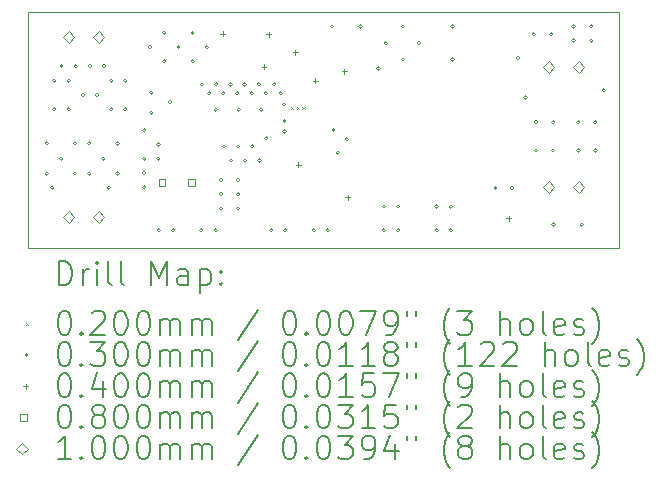
<source format=gbr>
%TF.GenerationSoftware,KiCad,Pcbnew,8.0.5*%
%TF.CreationDate,2024-10-12T15:56:08+02:00*%
%TF.ProjectId,DCDC_converter,44434443-5f63-46f6-9e76-65727465722e,rev?*%
%TF.SameCoordinates,Original*%
%TF.FileFunction,Drillmap*%
%TF.FilePolarity,Positive*%
%FSLAX45Y45*%
G04 Gerber Fmt 4.5, Leading zero omitted, Abs format (unit mm)*
G04 Created by KiCad (PCBNEW 8.0.5) date 2024-10-12 15:56:08*
%MOMM*%
%LPD*%
G01*
G04 APERTURE LIST*
%ADD10C,0.050000*%
%ADD11C,0.200000*%
%ADD12C,0.100000*%
G04 APERTURE END LIST*
D10*
X10000000Y-7000000D02*
X5000000Y-7000000D01*
X10000000Y-5000000D02*
X10000000Y-7000000D01*
X5000000Y-5000000D02*
X10000000Y-5000000D01*
X5000000Y-7000000D02*
X5000000Y-5000000D01*
D11*
D12*
X7220000Y-5805000D02*
X7240000Y-5825000D01*
X7240000Y-5805000D02*
X7220000Y-5825000D01*
X7270000Y-5805000D02*
X7290000Y-5825000D01*
X7290000Y-5805000D02*
X7270000Y-5825000D01*
X7320000Y-5805000D02*
X7340000Y-5825000D01*
X7340000Y-5805000D02*
X7320000Y-5825000D01*
X5170000Y-6115000D02*
G75*
G02*
X5140000Y-6115000I-15000J0D01*
G01*
X5140000Y-6115000D02*
G75*
G02*
X5170000Y-6115000I15000J0D01*
G01*
X5170000Y-6370000D02*
G75*
G02*
X5140000Y-6370000I-15000J0D01*
G01*
X5140000Y-6370000D02*
G75*
G02*
X5170000Y-6370000I15000J0D01*
G01*
X5215000Y-6490000D02*
G75*
G02*
X5185000Y-6490000I-15000J0D01*
G01*
X5185000Y-6490000D02*
G75*
G02*
X5215000Y-6490000I15000J0D01*
G01*
X5235000Y-5585000D02*
G75*
G02*
X5205000Y-5585000I-15000J0D01*
G01*
X5205000Y-5585000D02*
G75*
G02*
X5235000Y-5585000I15000J0D01*
G01*
X5235000Y-5825000D02*
G75*
G02*
X5205000Y-5825000I-15000J0D01*
G01*
X5205000Y-5825000D02*
G75*
G02*
X5235000Y-5825000I15000J0D01*
G01*
X5292500Y-6245000D02*
G75*
G02*
X5262500Y-6245000I-15000J0D01*
G01*
X5262500Y-6245000D02*
G75*
G02*
X5292500Y-6245000I15000J0D01*
G01*
X5295000Y-5460000D02*
G75*
G02*
X5265000Y-5460000I-15000J0D01*
G01*
X5265000Y-5460000D02*
G75*
G02*
X5295000Y-5460000I15000J0D01*
G01*
X5355000Y-5585000D02*
G75*
G02*
X5325000Y-5585000I-15000J0D01*
G01*
X5325000Y-5585000D02*
G75*
G02*
X5355000Y-5585000I15000J0D01*
G01*
X5355000Y-5825000D02*
G75*
G02*
X5325000Y-5825000I-15000J0D01*
G01*
X5325000Y-5825000D02*
G75*
G02*
X5355000Y-5825000I15000J0D01*
G01*
X5410000Y-6115000D02*
G75*
G02*
X5380000Y-6115000I-15000J0D01*
G01*
X5380000Y-6115000D02*
G75*
G02*
X5410000Y-6115000I15000J0D01*
G01*
X5410000Y-6370000D02*
G75*
G02*
X5380000Y-6370000I-15000J0D01*
G01*
X5380000Y-6370000D02*
G75*
G02*
X5410000Y-6370000I15000J0D01*
G01*
X5415000Y-5460000D02*
G75*
G02*
X5385000Y-5460000I-15000J0D01*
G01*
X5385000Y-5460000D02*
G75*
G02*
X5415000Y-5460000I15000J0D01*
G01*
X5475000Y-5705000D02*
G75*
G02*
X5445000Y-5705000I-15000J0D01*
G01*
X5445000Y-5705000D02*
G75*
G02*
X5475000Y-5705000I15000J0D01*
G01*
X5530000Y-6115000D02*
G75*
G02*
X5500000Y-6115000I-15000J0D01*
G01*
X5500000Y-6115000D02*
G75*
G02*
X5530000Y-6115000I15000J0D01*
G01*
X5530000Y-6370000D02*
G75*
G02*
X5500000Y-6370000I-15000J0D01*
G01*
X5500000Y-6370000D02*
G75*
G02*
X5530000Y-6370000I15000J0D01*
G01*
X5535000Y-5460000D02*
G75*
G02*
X5505000Y-5460000I-15000J0D01*
G01*
X5505000Y-5460000D02*
G75*
G02*
X5535000Y-5460000I15000J0D01*
G01*
X5595000Y-5705000D02*
G75*
G02*
X5565000Y-5705000I-15000J0D01*
G01*
X5565000Y-5705000D02*
G75*
G02*
X5595000Y-5705000I15000J0D01*
G01*
X5650000Y-6245000D02*
G75*
G02*
X5620000Y-6245000I-15000J0D01*
G01*
X5620000Y-6245000D02*
G75*
G02*
X5650000Y-6245000I15000J0D01*
G01*
X5655000Y-5460000D02*
G75*
G02*
X5625000Y-5460000I-15000J0D01*
G01*
X5625000Y-5460000D02*
G75*
G02*
X5655000Y-5460000I15000J0D01*
G01*
X5695000Y-6490000D02*
G75*
G02*
X5665000Y-6490000I-15000J0D01*
G01*
X5665000Y-6490000D02*
G75*
G02*
X5695000Y-6490000I15000J0D01*
G01*
X5715000Y-5585000D02*
G75*
G02*
X5685000Y-5585000I-15000J0D01*
G01*
X5685000Y-5585000D02*
G75*
G02*
X5715000Y-5585000I15000J0D01*
G01*
X5715000Y-5825000D02*
G75*
G02*
X5685000Y-5825000I-15000J0D01*
G01*
X5685000Y-5825000D02*
G75*
G02*
X5715000Y-5825000I15000J0D01*
G01*
X5770000Y-6115000D02*
G75*
G02*
X5740000Y-6115000I-15000J0D01*
G01*
X5740000Y-6115000D02*
G75*
G02*
X5770000Y-6115000I15000J0D01*
G01*
X5770000Y-6370000D02*
G75*
G02*
X5740000Y-6370000I-15000J0D01*
G01*
X5740000Y-6370000D02*
G75*
G02*
X5770000Y-6370000I15000J0D01*
G01*
X5835000Y-5585000D02*
G75*
G02*
X5805000Y-5585000I-15000J0D01*
G01*
X5805000Y-5585000D02*
G75*
G02*
X5835000Y-5585000I15000J0D01*
G01*
X5835000Y-5825000D02*
G75*
G02*
X5805000Y-5825000I-15000J0D01*
G01*
X5805000Y-5825000D02*
G75*
G02*
X5835000Y-5825000I15000J0D01*
G01*
X5995000Y-6005000D02*
G75*
G02*
X5965000Y-6005000I-15000J0D01*
G01*
X5965000Y-6005000D02*
G75*
G02*
X5995000Y-6005000I15000J0D01*
G01*
X5995000Y-6245000D02*
G75*
G02*
X5965000Y-6245000I-15000J0D01*
G01*
X5965000Y-6245000D02*
G75*
G02*
X5995000Y-6245000I15000J0D01*
G01*
X5995000Y-6365000D02*
G75*
G02*
X5965000Y-6365000I-15000J0D01*
G01*
X5965000Y-6365000D02*
G75*
G02*
X5995000Y-6365000I15000J0D01*
G01*
X5995000Y-6485000D02*
G75*
G02*
X5965000Y-6485000I-15000J0D01*
G01*
X5965000Y-6485000D02*
G75*
G02*
X5995000Y-6485000I15000J0D01*
G01*
X6045000Y-5300000D02*
G75*
G02*
X6015000Y-5300000I-15000J0D01*
G01*
X6015000Y-5300000D02*
G75*
G02*
X6045000Y-5300000I15000J0D01*
G01*
X6055000Y-5685000D02*
G75*
G02*
X6025000Y-5685000I-15000J0D01*
G01*
X6025000Y-5685000D02*
G75*
G02*
X6055000Y-5685000I15000J0D01*
G01*
X6055000Y-5855000D02*
G75*
G02*
X6025000Y-5855000I-15000J0D01*
G01*
X6025000Y-5855000D02*
G75*
G02*
X6055000Y-5855000I15000J0D01*
G01*
X6115000Y-6125000D02*
G75*
G02*
X6085000Y-6125000I-15000J0D01*
G01*
X6085000Y-6125000D02*
G75*
G02*
X6115000Y-6125000I15000J0D01*
G01*
X6115000Y-6245000D02*
G75*
G02*
X6085000Y-6245000I-15000J0D01*
G01*
X6085000Y-6245000D02*
G75*
G02*
X6115000Y-6245000I15000J0D01*
G01*
X6120000Y-6850000D02*
G75*
G02*
X6090000Y-6850000I-15000J0D01*
G01*
X6090000Y-6850000D02*
G75*
G02*
X6120000Y-6850000I15000J0D01*
G01*
X6165000Y-5180000D02*
G75*
G02*
X6135000Y-5180000I-15000J0D01*
G01*
X6135000Y-5180000D02*
G75*
G02*
X6165000Y-5180000I15000J0D01*
G01*
X6165000Y-5420000D02*
G75*
G02*
X6135000Y-5420000I-15000J0D01*
G01*
X6135000Y-5420000D02*
G75*
G02*
X6165000Y-5420000I15000J0D01*
G01*
X6215000Y-5765000D02*
G75*
G02*
X6185000Y-5765000I-15000J0D01*
G01*
X6185000Y-5765000D02*
G75*
G02*
X6215000Y-5765000I15000J0D01*
G01*
X6240000Y-6850000D02*
G75*
G02*
X6210000Y-6850000I-15000J0D01*
G01*
X6210000Y-6850000D02*
G75*
G02*
X6240000Y-6850000I15000J0D01*
G01*
X6285000Y-5300000D02*
G75*
G02*
X6255000Y-5300000I-15000J0D01*
G01*
X6255000Y-5300000D02*
G75*
G02*
X6285000Y-5300000I15000J0D01*
G01*
X6405000Y-5180000D02*
G75*
G02*
X6375000Y-5180000I-15000J0D01*
G01*
X6375000Y-5180000D02*
G75*
G02*
X6405000Y-5180000I15000J0D01*
G01*
X6405000Y-5420000D02*
G75*
G02*
X6375000Y-5420000I-15000J0D01*
G01*
X6375000Y-5420000D02*
G75*
G02*
X6405000Y-5420000I15000J0D01*
G01*
X6480000Y-6850000D02*
G75*
G02*
X6450000Y-6850000I-15000J0D01*
G01*
X6450000Y-6850000D02*
G75*
G02*
X6480000Y-6850000I15000J0D01*
G01*
X6485000Y-5615000D02*
G75*
G02*
X6455000Y-5615000I-15000J0D01*
G01*
X6455000Y-5615000D02*
G75*
G02*
X6485000Y-5615000I15000J0D01*
G01*
X6525000Y-5300000D02*
G75*
G02*
X6495000Y-5300000I-15000J0D01*
G01*
X6495000Y-5300000D02*
G75*
G02*
X6525000Y-5300000I15000J0D01*
G01*
X6545000Y-5690000D02*
G75*
G02*
X6515000Y-5690000I-15000J0D01*
G01*
X6515000Y-5690000D02*
G75*
G02*
X6545000Y-5690000I15000J0D01*
G01*
X6600000Y-5830000D02*
G75*
G02*
X6570000Y-5830000I-15000J0D01*
G01*
X6570000Y-5830000D02*
G75*
G02*
X6600000Y-5830000I15000J0D01*
G01*
X6600000Y-6850000D02*
G75*
G02*
X6570000Y-6850000I-15000J0D01*
G01*
X6570000Y-6850000D02*
G75*
G02*
X6600000Y-6850000I15000J0D01*
G01*
X6605000Y-5615000D02*
G75*
G02*
X6575000Y-5615000I-15000J0D01*
G01*
X6575000Y-5615000D02*
G75*
G02*
X6605000Y-5615000I15000J0D01*
G01*
X6645000Y-6425000D02*
G75*
G02*
X6615000Y-6425000I-15000J0D01*
G01*
X6615000Y-6425000D02*
G75*
G02*
X6645000Y-6425000I15000J0D01*
G01*
X6645000Y-6545000D02*
G75*
G02*
X6615000Y-6545000I-15000J0D01*
G01*
X6615000Y-6545000D02*
G75*
G02*
X6645000Y-6545000I15000J0D01*
G01*
X6645000Y-6665000D02*
G75*
G02*
X6615000Y-6665000I-15000J0D01*
G01*
X6615000Y-6665000D02*
G75*
G02*
X6645000Y-6665000I15000J0D01*
G01*
X6665000Y-5690000D02*
G75*
G02*
X6635000Y-5690000I-15000J0D01*
G01*
X6635000Y-5690000D02*
G75*
G02*
X6665000Y-5690000I15000J0D01*
G01*
X6670000Y-6140000D02*
G75*
G02*
X6640000Y-6140000I-15000J0D01*
G01*
X6640000Y-6140000D02*
G75*
G02*
X6670000Y-6140000I15000J0D01*
G01*
X6725000Y-5615000D02*
G75*
G02*
X6695000Y-5615000I-15000J0D01*
G01*
X6695000Y-5615000D02*
G75*
G02*
X6725000Y-5615000I15000J0D01*
G01*
X6730000Y-6260000D02*
G75*
G02*
X6700000Y-6260000I-15000J0D01*
G01*
X6700000Y-6260000D02*
G75*
G02*
X6730000Y-6260000I15000J0D01*
G01*
X6785000Y-5690000D02*
G75*
G02*
X6755000Y-5690000I-15000J0D01*
G01*
X6755000Y-5690000D02*
G75*
G02*
X6785000Y-5690000I15000J0D01*
G01*
X6790000Y-6140000D02*
G75*
G02*
X6760000Y-6140000I-15000J0D01*
G01*
X6760000Y-6140000D02*
G75*
G02*
X6790000Y-6140000I15000J0D01*
G01*
X6790000Y-6425000D02*
G75*
G02*
X6760000Y-6425000I-15000J0D01*
G01*
X6760000Y-6425000D02*
G75*
G02*
X6790000Y-6425000I15000J0D01*
G01*
X6790000Y-6545000D02*
G75*
G02*
X6760000Y-6545000I-15000J0D01*
G01*
X6760000Y-6545000D02*
G75*
G02*
X6790000Y-6545000I15000J0D01*
G01*
X6790000Y-6665000D02*
G75*
G02*
X6760000Y-6665000I-15000J0D01*
G01*
X6760000Y-6665000D02*
G75*
G02*
X6790000Y-6665000I15000J0D01*
G01*
X6795000Y-5830000D02*
G75*
G02*
X6765000Y-5830000I-15000J0D01*
G01*
X6765000Y-5830000D02*
G75*
G02*
X6795000Y-5830000I15000J0D01*
G01*
X6845000Y-5615000D02*
G75*
G02*
X6815000Y-5615000I-15000J0D01*
G01*
X6815000Y-5615000D02*
G75*
G02*
X6845000Y-5615000I15000J0D01*
G01*
X6850000Y-6260000D02*
G75*
G02*
X6820000Y-6260000I-15000J0D01*
G01*
X6820000Y-6260000D02*
G75*
G02*
X6850000Y-6260000I15000J0D01*
G01*
X6905000Y-5690000D02*
G75*
G02*
X6875000Y-5690000I-15000J0D01*
G01*
X6875000Y-5690000D02*
G75*
G02*
X6905000Y-5690000I15000J0D01*
G01*
X6910000Y-6140000D02*
G75*
G02*
X6880000Y-6140000I-15000J0D01*
G01*
X6880000Y-6140000D02*
G75*
G02*
X6910000Y-6140000I15000J0D01*
G01*
X6965000Y-5615000D02*
G75*
G02*
X6935000Y-5615000I-15000J0D01*
G01*
X6935000Y-5615000D02*
G75*
G02*
X6965000Y-5615000I15000J0D01*
G01*
X6970000Y-6260000D02*
G75*
G02*
X6940000Y-6260000I-15000J0D01*
G01*
X6940000Y-6260000D02*
G75*
G02*
X6970000Y-6260000I15000J0D01*
G01*
X6985000Y-5830000D02*
G75*
G02*
X6955000Y-5830000I-15000J0D01*
G01*
X6955000Y-5830000D02*
G75*
G02*
X6985000Y-5830000I15000J0D01*
G01*
X7025000Y-5690000D02*
G75*
G02*
X6995000Y-5690000I-15000J0D01*
G01*
X6995000Y-5690000D02*
G75*
G02*
X7025000Y-5690000I15000J0D01*
G01*
X7027500Y-6072500D02*
G75*
G02*
X6997500Y-6072500I-15000J0D01*
G01*
X6997500Y-6072500D02*
G75*
G02*
X7027500Y-6072500I15000J0D01*
G01*
X7070000Y-6850000D02*
G75*
G02*
X7040000Y-6850000I-15000J0D01*
G01*
X7040000Y-6850000D02*
G75*
G02*
X7070000Y-6850000I15000J0D01*
G01*
X7095000Y-5615000D02*
G75*
G02*
X7065000Y-5615000I-15000J0D01*
G01*
X7065000Y-5615000D02*
G75*
G02*
X7095000Y-5615000I15000J0D01*
G01*
X7150000Y-5690000D02*
G75*
G02*
X7120000Y-5690000I-15000J0D01*
G01*
X7120000Y-5690000D02*
G75*
G02*
X7150000Y-5690000I15000J0D01*
G01*
X7180000Y-5785000D02*
G75*
G02*
X7150000Y-5785000I-15000J0D01*
G01*
X7150000Y-5785000D02*
G75*
G02*
X7180000Y-5785000I15000J0D01*
G01*
X7182500Y-5925000D02*
G75*
G02*
X7152500Y-5925000I-15000J0D01*
G01*
X7152500Y-5925000D02*
G75*
G02*
X7182500Y-5925000I15000J0D01*
G01*
X7182500Y-6015000D02*
G75*
G02*
X7152500Y-6015000I-15000J0D01*
G01*
X7152500Y-6015000D02*
G75*
G02*
X7182500Y-6015000I15000J0D01*
G01*
X7190000Y-6850000D02*
G75*
G02*
X7160000Y-6850000I-15000J0D01*
G01*
X7160000Y-6850000D02*
G75*
G02*
X7190000Y-6850000I15000J0D01*
G01*
X7430000Y-6850000D02*
G75*
G02*
X7400000Y-6850000I-15000J0D01*
G01*
X7400000Y-6850000D02*
G75*
G02*
X7430000Y-6850000I15000J0D01*
G01*
X7550000Y-6850000D02*
G75*
G02*
X7520000Y-6850000I-15000J0D01*
G01*
X7520000Y-6850000D02*
G75*
G02*
X7550000Y-6850000I15000J0D01*
G01*
X7585000Y-5125000D02*
G75*
G02*
X7555000Y-5125000I-15000J0D01*
G01*
X7555000Y-5125000D02*
G75*
G02*
X7585000Y-5125000I15000J0D01*
G01*
X7597500Y-6002500D02*
G75*
G02*
X7567500Y-6002500I-15000J0D01*
G01*
X7567500Y-6002500D02*
G75*
G02*
X7597500Y-6002500I15000J0D01*
G01*
X7633750Y-6195000D02*
G75*
G02*
X7603750Y-6195000I-15000J0D01*
G01*
X7603750Y-6195000D02*
G75*
G02*
X7633750Y-6195000I15000J0D01*
G01*
X7708750Y-6080000D02*
G75*
G02*
X7678750Y-6080000I-15000J0D01*
G01*
X7678750Y-6080000D02*
G75*
G02*
X7708750Y-6080000I15000J0D01*
G01*
X7825000Y-5125000D02*
G75*
G02*
X7795000Y-5125000I-15000J0D01*
G01*
X7795000Y-5125000D02*
G75*
G02*
X7825000Y-5125000I15000J0D01*
G01*
X7980000Y-5480000D02*
G75*
G02*
X7950000Y-5480000I-15000J0D01*
G01*
X7950000Y-5480000D02*
G75*
G02*
X7980000Y-5480000I15000J0D01*
G01*
X8025000Y-6650000D02*
G75*
G02*
X7995000Y-6650000I-15000J0D01*
G01*
X7995000Y-6650000D02*
G75*
G02*
X8025000Y-6650000I15000J0D01*
G01*
X8025000Y-6850000D02*
G75*
G02*
X7995000Y-6850000I-15000J0D01*
G01*
X7995000Y-6850000D02*
G75*
G02*
X8025000Y-6850000I15000J0D01*
G01*
X8040000Y-5265000D02*
G75*
G02*
X8010000Y-5265000I-15000J0D01*
G01*
X8010000Y-5265000D02*
G75*
G02*
X8040000Y-5265000I15000J0D01*
G01*
X8145000Y-6650000D02*
G75*
G02*
X8115000Y-6650000I-15000J0D01*
G01*
X8115000Y-6650000D02*
G75*
G02*
X8145000Y-6650000I15000J0D01*
G01*
X8145000Y-6850000D02*
G75*
G02*
X8115000Y-6850000I-15000J0D01*
G01*
X8115000Y-6850000D02*
G75*
G02*
X8145000Y-6850000I15000J0D01*
G01*
X8185000Y-5125000D02*
G75*
G02*
X8155000Y-5125000I-15000J0D01*
G01*
X8155000Y-5125000D02*
G75*
G02*
X8185000Y-5125000I15000J0D01*
G01*
X8185000Y-5405000D02*
G75*
G02*
X8155000Y-5405000I-15000J0D01*
G01*
X8155000Y-5405000D02*
G75*
G02*
X8185000Y-5405000I15000J0D01*
G01*
X8320000Y-5265000D02*
G75*
G02*
X8290000Y-5265000I-15000J0D01*
G01*
X8290000Y-5265000D02*
G75*
G02*
X8320000Y-5265000I15000J0D01*
G01*
X8470000Y-6650000D02*
G75*
G02*
X8440000Y-6650000I-15000J0D01*
G01*
X8440000Y-6650000D02*
G75*
G02*
X8470000Y-6650000I15000J0D01*
G01*
X8470000Y-6850000D02*
G75*
G02*
X8440000Y-6850000I-15000J0D01*
G01*
X8440000Y-6850000D02*
G75*
G02*
X8470000Y-6850000I15000J0D01*
G01*
X8590000Y-6650000D02*
G75*
G02*
X8560000Y-6650000I-15000J0D01*
G01*
X8560000Y-6650000D02*
G75*
G02*
X8590000Y-6650000I15000J0D01*
G01*
X8590000Y-6850000D02*
G75*
G02*
X8560000Y-6850000I-15000J0D01*
G01*
X8560000Y-6850000D02*
G75*
G02*
X8590000Y-6850000I15000J0D01*
G01*
X8605000Y-5125000D02*
G75*
G02*
X8575000Y-5125000I-15000J0D01*
G01*
X8575000Y-5125000D02*
G75*
G02*
X8605000Y-5125000I15000J0D01*
G01*
X8605000Y-5405000D02*
G75*
G02*
X8575000Y-5405000I-15000J0D01*
G01*
X8575000Y-5405000D02*
G75*
G02*
X8605000Y-5405000I15000J0D01*
G01*
X8970000Y-6492500D02*
G75*
G02*
X8940000Y-6492500I-15000J0D01*
G01*
X8940000Y-6492500D02*
G75*
G02*
X8970000Y-6492500I15000J0D01*
G01*
X9107500Y-6492500D02*
G75*
G02*
X9077500Y-6492500I-15000J0D01*
G01*
X9077500Y-6492500D02*
G75*
G02*
X9107500Y-6492500I15000J0D01*
G01*
X9160000Y-5390000D02*
G75*
G02*
X9130000Y-5390000I-15000J0D01*
G01*
X9130000Y-5390000D02*
G75*
G02*
X9160000Y-5390000I15000J0D01*
G01*
X9222500Y-5725000D02*
G75*
G02*
X9192500Y-5725000I-15000J0D01*
G01*
X9192500Y-5725000D02*
G75*
G02*
X9222500Y-5725000I15000J0D01*
G01*
X9292500Y-5190000D02*
G75*
G02*
X9262500Y-5190000I-15000J0D01*
G01*
X9262500Y-5190000D02*
G75*
G02*
X9292500Y-5190000I15000J0D01*
G01*
X9312500Y-5935000D02*
G75*
G02*
X9282500Y-5935000I-15000J0D01*
G01*
X9282500Y-5935000D02*
G75*
G02*
X9312500Y-5935000I15000J0D01*
G01*
X9312500Y-6175000D02*
G75*
G02*
X9282500Y-6175000I-15000J0D01*
G01*
X9282500Y-6175000D02*
G75*
G02*
X9312500Y-6175000I15000J0D01*
G01*
X9442500Y-5190000D02*
G75*
G02*
X9412500Y-5190000I-15000J0D01*
G01*
X9412500Y-5190000D02*
G75*
G02*
X9442500Y-5190000I15000J0D01*
G01*
X9457500Y-5935000D02*
G75*
G02*
X9427500Y-5935000I-15000J0D01*
G01*
X9427500Y-5935000D02*
G75*
G02*
X9457500Y-5935000I15000J0D01*
G01*
X9457500Y-6175000D02*
G75*
G02*
X9427500Y-6175000I-15000J0D01*
G01*
X9427500Y-6175000D02*
G75*
G02*
X9457500Y-6175000I15000J0D01*
G01*
X9460000Y-6802500D02*
G75*
G02*
X9430000Y-6802500I-15000J0D01*
G01*
X9430000Y-6802500D02*
G75*
G02*
X9460000Y-6802500I15000J0D01*
G01*
X9630000Y-5125000D02*
G75*
G02*
X9600000Y-5125000I-15000J0D01*
G01*
X9600000Y-5125000D02*
G75*
G02*
X9630000Y-5125000I15000J0D01*
G01*
X9630000Y-5245000D02*
G75*
G02*
X9600000Y-5245000I-15000J0D01*
G01*
X9600000Y-5245000D02*
G75*
G02*
X9630000Y-5245000I15000J0D01*
G01*
X9670000Y-5935000D02*
G75*
G02*
X9640000Y-5935000I-15000J0D01*
G01*
X9640000Y-5935000D02*
G75*
G02*
X9670000Y-5935000I15000J0D01*
G01*
X9670000Y-6175000D02*
G75*
G02*
X9640000Y-6175000I-15000J0D01*
G01*
X9640000Y-6175000D02*
G75*
G02*
X9670000Y-6175000I15000J0D01*
G01*
X9700000Y-6802500D02*
G75*
G02*
X9670000Y-6802500I-15000J0D01*
G01*
X9670000Y-6802500D02*
G75*
G02*
X9700000Y-6802500I15000J0D01*
G01*
X9780000Y-5125000D02*
G75*
G02*
X9750000Y-5125000I-15000J0D01*
G01*
X9750000Y-5125000D02*
G75*
G02*
X9780000Y-5125000I15000J0D01*
G01*
X9780000Y-5245000D02*
G75*
G02*
X9750000Y-5245000I-15000J0D01*
G01*
X9750000Y-5245000D02*
G75*
G02*
X9780000Y-5245000I15000J0D01*
G01*
X9815000Y-5935000D02*
G75*
G02*
X9785000Y-5935000I-15000J0D01*
G01*
X9785000Y-5935000D02*
G75*
G02*
X9815000Y-5935000I15000J0D01*
G01*
X9815000Y-6175000D02*
G75*
G02*
X9785000Y-6175000I-15000J0D01*
G01*
X9785000Y-6175000D02*
G75*
G02*
X9815000Y-6175000I15000J0D01*
G01*
X9885000Y-5665000D02*
G75*
G02*
X9855000Y-5665000I-15000J0D01*
G01*
X9855000Y-5665000D02*
G75*
G02*
X9885000Y-5665000I15000J0D01*
G01*
X6645000Y-5165000D02*
X6645000Y-5205000D01*
X6625000Y-5185000D02*
X6665000Y-5185000D01*
X6995000Y-5445000D02*
X6995000Y-5485000D01*
X6975000Y-5465000D02*
X7015000Y-5465000D01*
X7033750Y-5171250D02*
X7033750Y-5211250D01*
X7013750Y-5191250D02*
X7053750Y-5191250D01*
X7258750Y-5325000D02*
X7258750Y-5365000D01*
X7238750Y-5345000D02*
X7278750Y-5345000D01*
X7285000Y-6275000D02*
X7285000Y-6315000D01*
X7265000Y-6295000D02*
X7305000Y-6295000D01*
X7428750Y-5563750D02*
X7428750Y-5603750D01*
X7408750Y-5583750D02*
X7448750Y-5583750D01*
X7673750Y-5485000D02*
X7673750Y-5525000D01*
X7653750Y-5505000D02*
X7693750Y-5505000D01*
X7703750Y-6550000D02*
X7703750Y-6590000D01*
X7683750Y-6570000D02*
X7723750Y-6570000D01*
X9065000Y-6730000D02*
X9065000Y-6770000D01*
X9045000Y-6750000D02*
X9085000Y-6750000D01*
X6160034Y-6472284D02*
X6160034Y-6415715D01*
X6103465Y-6415715D01*
X6103465Y-6472284D01*
X6160034Y-6472284D01*
X6410034Y-6472284D02*
X6410034Y-6415715D01*
X6353465Y-6415715D01*
X6353465Y-6472284D01*
X6410034Y-6472284D01*
X5339750Y-5263000D02*
X5389750Y-5213000D01*
X5339750Y-5163000D01*
X5289750Y-5213000D01*
X5339750Y-5263000D01*
X5339750Y-6787000D02*
X5389750Y-6737000D01*
X5339750Y-6687000D01*
X5289750Y-6737000D01*
X5339750Y-6787000D01*
X5593750Y-5263000D02*
X5643750Y-5213000D01*
X5593750Y-5163000D01*
X5543750Y-5213000D01*
X5593750Y-5263000D01*
X5593750Y-6787000D02*
X5643750Y-6737000D01*
X5593750Y-6687000D01*
X5543750Y-6737000D01*
X5593750Y-6787000D01*
X9403750Y-5517000D02*
X9453750Y-5467000D01*
X9403750Y-5417000D01*
X9353750Y-5467000D01*
X9403750Y-5517000D01*
X9403750Y-6533000D02*
X9453750Y-6483000D01*
X9403750Y-6433000D01*
X9353750Y-6483000D01*
X9403750Y-6533000D01*
X9657750Y-5517000D02*
X9707750Y-5467000D01*
X9657750Y-5417000D01*
X9607750Y-5467000D01*
X9657750Y-5517000D01*
X9657750Y-6533000D02*
X9707750Y-6483000D01*
X9657750Y-6433000D01*
X9607750Y-6483000D01*
X9657750Y-6533000D01*
D11*
X5258277Y-7313984D02*
X5258277Y-7113984D01*
X5258277Y-7113984D02*
X5305896Y-7113984D01*
X5305896Y-7113984D02*
X5334467Y-7123508D01*
X5334467Y-7123508D02*
X5353515Y-7142555D01*
X5353515Y-7142555D02*
X5363039Y-7161603D01*
X5363039Y-7161603D02*
X5372563Y-7199698D01*
X5372563Y-7199698D02*
X5372563Y-7228269D01*
X5372563Y-7228269D02*
X5363039Y-7266365D01*
X5363039Y-7266365D02*
X5353515Y-7285412D01*
X5353515Y-7285412D02*
X5334467Y-7304460D01*
X5334467Y-7304460D02*
X5305896Y-7313984D01*
X5305896Y-7313984D02*
X5258277Y-7313984D01*
X5458277Y-7313984D02*
X5458277Y-7180650D01*
X5458277Y-7218746D02*
X5467801Y-7199698D01*
X5467801Y-7199698D02*
X5477324Y-7190174D01*
X5477324Y-7190174D02*
X5496372Y-7180650D01*
X5496372Y-7180650D02*
X5515420Y-7180650D01*
X5582086Y-7313984D02*
X5582086Y-7180650D01*
X5582086Y-7113984D02*
X5572563Y-7123508D01*
X5572563Y-7123508D02*
X5582086Y-7133031D01*
X5582086Y-7133031D02*
X5591610Y-7123508D01*
X5591610Y-7123508D02*
X5582086Y-7113984D01*
X5582086Y-7113984D02*
X5582086Y-7133031D01*
X5705896Y-7313984D02*
X5686848Y-7304460D01*
X5686848Y-7304460D02*
X5677324Y-7285412D01*
X5677324Y-7285412D02*
X5677324Y-7113984D01*
X5810658Y-7313984D02*
X5791610Y-7304460D01*
X5791610Y-7304460D02*
X5782086Y-7285412D01*
X5782086Y-7285412D02*
X5782086Y-7113984D01*
X6039229Y-7313984D02*
X6039229Y-7113984D01*
X6039229Y-7113984D02*
X6105896Y-7256841D01*
X6105896Y-7256841D02*
X6172562Y-7113984D01*
X6172562Y-7113984D02*
X6172562Y-7313984D01*
X6353515Y-7313984D02*
X6353515Y-7209222D01*
X6353515Y-7209222D02*
X6343991Y-7190174D01*
X6343991Y-7190174D02*
X6324943Y-7180650D01*
X6324943Y-7180650D02*
X6286848Y-7180650D01*
X6286848Y-7180650D02*
X6267801Y-7190174D01*
X6353515Y-7304460D02*
X6334467Y-7313984D01*
X6334467Y-7313984D02*
X6286848Y-7313984D01*
X6286848Y-7313984D02*
X6267801Y-7304460D01*
X6267801Y-7304460D02*
X6258277Y-7285412D01*
X6258277Y-7285412D02*
X6258277Y-7266365D01*
X6258277Y-7266365D02*
X6267801Y-7247317D01*
X6267801Y-7247317D02*
X6286848Y-7237793D01*
X6286848Y-7237793D02*
X6334467Y-7237793D01*
X6334467Y-7237793D02*
X6353515Y-7228269D01*
X6448753Y-7180650D02*
X6448753Y-7380650D01*
X6448753Y-7190174D02*
X6467801Y-7180650D01*
X6467801Y-7180650D02*
X6505896Y-7180650D01*
X6505896Y-7180650D02*
X6524943Y-7190174D01*
X6524943Y-7190174D02*
X6534467Y-7199698D01*
X6534467Y-7199698D02*
X6543991Y-7218746D01*
X6543991Y-7218746D02*
X6543991Y-7275888D01*
X6543991Y-7275888D02*
X6534467Y-7294936D01*
X6534467Y-7294936D02*
X6524943Y-7304460D01*
X6524943Y-7304460D02*
X6505896Y-7313984D01*
X6505896Y-7313984D02*
X6467801Y-7313984D01*
X6467801Y-7313984D02*
X6448753Y-7304460D01*
X6629705Y-7294936D02*
X6639229Y-7304460D01*
X6639229Y-7304460D02*
X6629705Y-7313984D01*
X6629705Y-7313984D02*
X6620182Y-7304460D01*
X6620182Y-7304460D02*
X6629705Y-7294936D01*
X6629705Y-7294936D02*
X6629705Y-7313984D01*
X6629705Y-7190174D02*
X6639229Y-7199698D01*
X6639229Y-7199698D02*
X6629705Y-7209222D01*
X6629705Y-7209222D02*
X6620182Y-7199698D01*
X6620182Y-7199698D02*
X6629705Y-7190174D01*
X6629705Y-7190174D02*
X6629705Y-7209222D01*
D12*
X4977500Y-7632500D02*
X4997500Y-7652500D01*
X4997500Y-7632500D02*
X4977500Y-7652500D01*
D11*
X5296372Y-7533984D02*
X5315420Y-7533984D01*
X5315420Y-7533984D02*
X5334467Y-7543508D01*
X5334467Y-7543508D02*
X5343991Y-7553031D01*
X5343991Y-7553031D02*
X5353515Y-7572079D01*
X5353515Y-7572079D02*
X5363039Y-7610174D01*
X5363039Y-7610174D02*
X5363039Y-7657793D01*
X5363039Y-7657793D02*
X5353515Y-7695888D01*
X5353515Y-7695888D02*
X5343991Y-7714936D01*
X5343991Y-7714936D02*
X5334467Y-7724460D01*
X5334467Y-7724460D02*
X5315420Y-7733984D01*
X5315420Y-7733984D02*
X5296372Y-7733984D01*
X5296372Y-7733984D02*
X5277324Y-7724460D01*
X5277324Y-7724460D02*
X5267801Y-7714936D01*
X5267801Y-7714936D02*
X5258277Y-7695888D01*
X5258277Y-7695888D02*
X5248753Y-7657793D01*
X5248753Y-7657793D02*
X5248753Y-7610174D01*
X5248753Y-7610174D02*
X5258277Y-7572079D01*
X5258277Y-7572079D02*
X5267801Y-7553031D01*
X5267801Y-7553031D02*
X5277324Y-7543508D01*
X5277324Y-7543508D02*
X5296372Y-7533984D01*
X5448753Y-7714936D02*
X5458277Y-7724460D01*
X5458277Y-7724460D02*
X5448753Y-7733984D01*
X5448753Y-7733984D02*
X5439229Y-7724460D01*
X5439229Y-7724460D02*
X5448753Y-7714936D01*
X5448753Y-7714936D02*
X5448753Y-7733984D01*
X5534467Y-7553031D02*
X5543991Y-7543508D01*
X5543991Y-7543508D02*
X5563039Y-7533984D01*
X5563039Y-7533984D02*
X5610658Y-7533984D01*
X5610658Y-7533984D02*
X5629705Y-7543508D01*
X5629705Y-7543508D02*
X5639229Y-7553031D01*
X5639229Y-7553031D02*
X5648753Y-7572079D01*
X5648753Y-7572079D02*
X5648753Y-7591127D01*
X5648753Y-7591127D02*
X5639229Y-7619698D01*
X5639229Y-7619698D02*
X5524944Y-7733984D01*
X5524944Y-7733984D02*
X5648753Y-7733984D01*
X5772562Y-7533984D02*
X5791610Y-7533984D01*
X5791610Y-7533984D02*
X5810658Y-7543508D01*
X5810658Y-7543508D02*
X5820182Y-7553031D01*
X5820182Y-7553031D02*
X5829705Y-7572079D01*
X5829705Y-7572079D02*
X5839229Y-7610174D01*
X5839229Y-7610174D02*
X5839229Y-7657793D01*
X5839229Y-7657793D02*
X5829705Y-7695888D01*
X5829705Y-7695888D02*
X5820182Y-7714936D01*
X5820182Y-7714936D02*
X5810658Y-7724460D01*
X5810658Y-7724460D02*
X5791610Y-7733984D01*
X5791610Y-7733984D02*
X5772562Y-7733984D01*
X5772562Y-7733984D02*
X5753515Y-7724460D01*
X5753515Y-7724460D02*
X5743991Y-7714936D01*
X5743991Y-7714936D02*
X5734467Y-7695888D01*
X5734467Y-7695888D02*
X5724943Y-7657793D01*
X5724943Y-7657793D02*
X5724943Y-7610174D01*
X5724943Y-7610174D02*
X5734467Y-7572079D01*
X5734467Y-7572079D02*
X5743991Y-7553031D01*
X5743991Y-7553031D02*
X5753515Y-7543508D01*
X5753515Y-7543508D02*
X5772562Y-7533984D01*
X5963039Y-7533984D02*
X5982086Y-7533984D01*
X5982086Y-7533984D02*
X6001134Y-7543508D01*
X6001134Y-7543508D02*
X6010658Y-7553031D01*
X6010658Y-7553031D02*
X6020182Y-7572079D01*
X6020182Y-7572079D02*
X6029705Y-7610174D01*
X6029705Y-7610174D02*
X6029705Y-7657793D01*
X6029705Y-7657793D02*
X6020182Y-7695888D01*
X6020182Y-7695888D02*
X6010658Y-7714936D01*
X6010658Y-7714936D02*
X6001134Y-7724460D01*
X6001134Y-7724460D02*
X5982086Y-7733984D01*
X5982086Y-7733984D02*
X5963039Y-7733984D01*
X5963039Y-7733984D02*
X5943991Y-7724460D01*
X5943991Y-7724460D02*
X5934467Y-7714936D01*
X5934467Y-7714936D02*
X5924943Y-7695888D01*
X5924943Y-7695888D02*
X5915420Y-7657793D01*
X5915420Y-7657793D02*
X5915420Y-7610174D01*
X5915420Y-7610174D02*
X5924943Y-7572079D01*
X5924943Y-7572079D02*
X5934467Y-7553031D01*
X5934467Y-7553031D02*
X5943991Y-7543508D01*
X5943991Y-7543508D02*
X5963039Y-7533984D01*
X6115420Y-7733984D02*
X6115420Y-7600650D01*
X6115420Y-7619698D02*
X6124943Y-7610174D01*
X6124943Y-7610174D02*
X6143991Y-7600650D01*
X6143991Y-7600650D02*
X6172563Y-7600650D01*
X6172563Y-7600650D02*
X6191610Y-7610174D01*
X6191610Y-7610174D02*
X6201134Y-7629222D01*
X6201134Y-7629222D02*
X6201134Y-7733984D01*
X6201134Y-7629222D02*
X6210658Y-7610174D01*
X6210658Y-7610174D02*
X6229705Y-7600650D01*
X6229705Y-7600650D02*
X6258277Y-7600650D01*
X6258277Y-7600650D02*
X6277324Y-7610174D01*
X6277324Y-7610174D02*
X6286848Y-7629222D01*
X6286848Y-7629222D02*
X6286848Y-7733984D01*
X6382086Y-7733984D02*
X6382086Y-7600650D01*
X6382086Y-7619698D02*
X6391610Y-7610174D01*
X6391610Y-7610174D02*
X6410658Y-7600650D01*
X6410658Y-7600650D02*
X6439229Y-7600650D01*
X6439229Y-7600650D02*
X6458277Y-7610174D01*
X6458277Y-7610174D02*
X6467801Y-7629222D01*
X6467801Y-7629222D02*
X6467801Y-7733984D01*
X6467801Y-7629222D02*
X6477324Y-7610174D01*
X6477324Y-7610174D02*
X6496372Y-7600650D01*
X6496372Y-7600650D02*
X6524943Y-7600650D01*
X6524943Y-7600650D02*
X6543991Y-7610174D01*
X6543991Y-7610174D02*
X6553515Y-7629222D01*
X6553515Y-7629222D02*
X6553515Y-7733984D01*
X6943991Y-7524460D02*
X6772563Y-7781603D01*
X7201134Y-7533984D02*
X7220182Y-7533984D01*
X7220182Y-7533984D02*
X7239229Y-7543508D01*
X7239229Y-7543508D02*
X7248753Y-7553031D01*
X7248753Y-7553031D02*
X7258277Y-7572079D01*
X7258277Y-7572079D02*
X7267801Y-7610174D01*
X7267801Y-7610174D02*
X7267801Y-7657793D01*
X7267801Y-7657793D02*
X7258277Y-7695888D01*
X7258277Y-7695888D02*
X7248753Y-7714936D01*
X7248753Y-7714936D02*
X7239229Y-7724460D01*
X7239229Y-7724460D02*
X7220182Y-7733984D01*
X7220182Y-7733984D02*
X7201134Y-7733984D01*
X7201134Y-7733984D02*
X7182086Y-7724460D01*
X7182086Y-7724460D02*
X7172563Y-7714936D01*
X7172563Y-7714936D02*
X7163039Y-7695888D01*
X7163039Y-7695888D02*
X7153515Y-7657793D01*
X7153515Y-7657793D02*
X7153515Y-7610174D01*
X7153515Y-7610174D02*
X7163039Y-7572079D01*
X7163039Y-7572079D02*
X7172563Y-7553031D01*
X7172563Y-7553031D02*
X7182086Y-7543508D01*
X7182086Y-7543508D02*
X7201134Y-7533984D01*
X7353515Y-7714936D02*
X7363039Y-7724460D01*
X7363039Y-7724460D02*
X7353515Y-7733984D01*
X7353515Y-7733984D02*
X7343991Y-7724460D01*
X7343991Y-7724460D02*
X7353515Y-7714936D01*
X7353515Y-7714936D02*
X7353515Y-7733984D01*
X7486848Y-7533984D02*
X7505896Y-7533984D01*
X7505896Y-7533984D02*
X7524944Y-7543508D01*
X7524944Y-7543508D02*
X7534467Y-7553031D01*
X7534467Y-7553031D02*
X7543991Y-7572079D01*
X7543991Y-7572079D02*
X7553515Y-7610174D01*
X7553515Y-7610174D02*
X7553515Y-7657793D01*
X7553515Y-7657793D02*
X7543991Y-7695888D01*
X7543991Y-7695888D02*
X7534467Y-7714936D01*
X7534467Y-7714936D02*
X7524944Y-7724460D01*
X7524944Y-7724460D02*
X7505896Y-7733984D01*
X7505896Y-7733984D02*
X7486848Y-7733984D01*
X7486848Y-7733984D02*
X7467801Y-7724460D01*
X7467801Y-7724460D02*
X7458277Y-7714936D01*
X7458277Y-7714936D02*
X7448753Y-7695888D01*
X7448753Y-7695888D02*
X7439229Y-7657793D01*
X7439229Y-7657793D02*
X7439229Y-7610174D01*
X7439229Y-7610174D02*
X7448753Y-7572079D01*
X7448753Y-7572079D02*
X7458277Y-7553031D01*
X7458277Y-7553031D02*
X7467801Y-7543508D01*
X7467801Y-7543508D02*
X7486848Y-7533984D01*
X7677325Y-7533984D02*
X7696372Y-7533984D01*
X7696372Y-7533984D02*
X7715420Y-7543508D01*
X7715420Y-7543508D02*
X7724944Y-7553031D01*
X7724944Y-7553031D02*
X7734467Y-7572079D01*
X7734467Y-7572079D02*
X7743991Y-7610174D01*
X7743991Y-7610174D02*
X7743991Y-7657793D01*
X7743991Y-7657793D02*
X7734467Y-7695888D01*
X7734467Y-7695888D02*
X7724944Y-7714936D01*
X7724944Y-7714936D02*
X7715420Y-7724460D01*
X7715420Y-7724460D02*
X7696372Y-7733984D01*
X7696372Y-7733984D02*
X7677325Y-7733984D01*
X7677325Y-7733984D02*
X7658277Y-7724460D01*
X7658277Y-7724460D02*
X7648753Y-7714936D01*
X7648753Y-7714936D02*
X7639229Y-7695888D01*
X7639229Y-7695888D02*
X7629706Y-7657793D01*
X7629706Y-7657793D02*
X7629706Y-7610174D01*
X7629706Y-7610174D02*
X7639229Y-7572079D01*
X7639229Y-7572079D02*
X7648753Y-7553031D01*
X7648753Y-7553031D02*
X7658277Y-7543508D01*
X7658277Y-7543508D02*
X7677325Y-7533984D01*
X7810658Y-7533984D02*
X7943991Y-7533984D01*
X7943991Y-7533984D02*
X7858277Y-7733984D01*
X8029706Y-7733984D02*
X8067801Y-7733984D01*
X8067801Y-7733984D02*
X8086848Y-7724460D01*
X8086848Y-7724460D02*
X8096372Y-7714936D01*
X8096372Y-7714936D02*
X8115420Y-7686365D01*
X8115420Y-7686365D02*
X8124944Y-7648269D01*
X8124944Y-7648269D02*
X8124944Y-7572079D01*
X8124944Y-7572079D02*
X8115420Y-7553031D01*
X8115420Y-7553031D02*
X8105896Y-7543508D01*
X8105896Y-7543508D02*
X8086848Y-7533984D01*
X8086848Y-7533984D02*
X8048753Y-7533984D01*
X8048753Y-7533984D02*
X8029706Y-7543508D01*
X8029706Y-7543508D02*
X8020182Y-7553031D01*
X8020182Y-7553031D02*
X8010658Y-7572079D01*
X8010658Y-7572079D02*
X8010658Y-7619698D01*
X8010658Y-7619698D02*
X8020182Y-7638746D01*
X8020182Y-7638746D02*
X8029706Y-7648269D01*
X8029706Y-7648269D02*
X8048753Y-7657793D01*
X8048753Y-7657793D02*
X8086848Y-7657793D01*
X8086848Y-7657793D02*
X8105896Y-7648269D01*
X8105896Y-7648269D02*
X8115420Y-7638746D01*
X8115420Y-7638746D02*
X8124944Y-7619698D01*
X8201134Y-7533984D02*
X8201134Y-7572079D01*
X8277325Y-7533984D02*
X8277325Y-7572079D01*
X8572563Y-7810174D02*
X8563039Y-7800650D01*
X8563039Y-7800650D02*
X8543991Y-7772079D01*
X8543991Y-7772079D02*
X8534468Y-7753031D01*
X8534468Y-7753031D02*
X8524944Y-7724460D01*
X8524944Y-7724460D02*
X8515420Y-7676841D01*
X8515420Y-7676841D02*
X8515420Y-7638746D01*
X8515420Y-7638746D02*
X8524944Y-7591127D01*
X8524944Y-7591127D02*
X8534468Y-7562555D01*
X8534468Y-7562555D02*
X8543991Y-7543508D01*
X8543991Y-7543508D02*
X8563039Y-7514936D01*
X8563039Y-7514936D02*
X8572563Y-7505412D01*
X8629706Y-7533984D02*
X8753515Y-7533984D01*
X8753515Y-7533984D02*
X8686849Y-7610174D01*
X8686849Y-7610174D02*
X8715420Y-7610174D01*
X8715420Y-7610174D02*
X8734468Y-7619698D01*
X8734468Y-7619698D02*
X8743991Y-7629222D01*
X8743991Y-7629222D02*
X8753515Y-7648269D01*
X8753515Y-7648269D02*
X8753515Y-7695888D01*
X8753515Y-7695888D02*
X8743991Y-7714936D01*
X8743991Y-7714936D02*
X8734468Y-7724460D01*
X8734468Y-7724460D02*
X8715420Y-7733984D01*
X8715420Y-7733984D02*
X8658277Y-7733984D01*
X8658277Y-7733984D02*
X8639230Y-7724460D01*
X8639230Y-7724460D02*
X8629706Y-7714936D01*
X8991611Y-7733984D02*
X8991611Y-7533984D01*
X9077325Y-7733984D02*
X9077325Y-7629222D01*
X9077325Y-7629222D02*
X9067801Y-7610174D01*
X9067801Y-7610174D02*
X9048753Y-7600650D01*
X9048753Y-7600650D02*
X9020182Y-7600650D01*
X9020182Y-7600650D02*
X9001134Y-7610174D01*
X9001134Y-7610174D02*
X8991611Y-7619698D01*
X9201134Y-7733984D02*
X9182087Y-7724460D01*
X9182087Y-7724460D02*
X9172563Y-7714936D01*
X9172563Y-7714936D02*
X9163039Y-7695888D01*
X9163039Y-7695888D02*
X9163039Y-7638746D01*
X9163039Y-7638746D02*
X9172563Y-7619698D01*
X9172563Y-7619698D02*
X9182087Y-7610174D01*
X9182087Y-7610174D02*
X9201134Y-7600650D01*
X9201134Y-7600650D02*
X9229706Y-7600650D01*
X9229706Y-7600650D02*
X9248753Y-7610174D01*
X9248753Y-7610174D02*
X9258277Y-7619698D01*
X9258277Y-7619698D02*
X9267801Y-7638746D01*
X9267801Y-7638746D02*
X9267801Y-7695888D01*
X9267801Y-7695888D02*
X9258277Y-7714936D01*
X9258277Y-7714936D02*
X9248753Y-7724460D01*
X9248753Y-7724460D02*
X9229706Y-7733984D01*
X9229706Y-7733984D02*
X9201134Y-7733984D01*
X9382087Y-7733984D02*
X9363039Y-7724460D01*
X9363039Y-7724460D02*
X9353515Y-7705412D01*
X9353515Y-7705412D02*
X9353515Y-7533984D01*
X9534468Y-7724460D02*
X9515420Y-7733984D01*
X9515420Y-7733984D02*
X9477325Y-7733984D01*
X9477325Y-7733984D02*
X9458277Y-7724460D01*
X9458277Y-7724460D02*
X9448753Y-7705412D01*
X9448753Y-7705412D02*
X9448753Y-7629222D01*
X9448753Y-7629222D02*
X9458277Y-7610174D01*
X9458277Y-7610174D02*
X9477325Y-7600650D01*
X9477325Y-7600650D02*
X9515420Y-7600650D01*
X9515420Y-7600650D02*
X9534468Y-7610174D01*
X9534468Y-7610174D02*
X9543992Y-7629222D01*
X9543992Y-7629222D02*
X9543992Y-7648269D01*
X9543992Y-7648269D02*
X9448753Y-7667317D01*
X9620182Y-7724460D02*
X9639230Y-7733984D01*
X9639230Y-7733984D02*
X9677325Y-7733984D01*
X9677325Y-7733984D02*
X9696373Y-7724460D01*
X9696373Y-7724460D02*
X9705896Y-7705412D01*
X9705896Y-7705412D02*
X9705896Y-7695888D01*
X9705896Y-7695888D02*
X9696373Y-7676841D01*
X9696373Y-7676841D02*
X9677325Y-7667317D01*
X9677325Y-7667317D02*
X9648753Y-7667317D01*
X9648753Y-7667317D02*
X9629706Y-7657793D01*
X9629706Y-7657793D02*
X9620182Y-7638746D01*
X9620182Y-7638746D02*
X9620182Y-7629222D01*
X9620182Y-7629222D02*
X9629706Y-7610174D01*
X9629706Y-7610174D02*
X9648753Y-7600650D01*
X9648753Y-7600650D02*
X9677325Y-7600650D01*
X9677325Y-7600650D02*
X9696373Y-7610174D01*
X9772563Y-7810174D02*
X9782087Y-7800650D01*
X9782087Y-7800650D02*
X9801134Y-7772079D01*
X9801134Y-7772079D02*
X9810658Y-7753031D01*
X9810658Y-7753031D02*
X9820182Y-7724460D01*
X9820182Y-7724460D02*
X9829706Y-7676841D01*
X9829706Y-7676841D02*
X9829706Y-7638746D01*
X9829706Y-7638746D02*
X9820182Y-7591127D01*
X9820182Y-7591127D02*
X9810658Y-7562555D01*
X9810658Y-7562555D02*
X9801134Y-7543508D01*
X9801134Y-7543508D02*
X9782087Y-7514936D01*
X9782087Y-7514936D02*
X9772563Y-7505412D01*
D12*
X4997500Y-7906500D02*
G75*
G02*
X4967500Y-7906500I-15000J0D01*
G01*
X4967500Y-7906500D02*
G75*
G02*
X4997500Y-7906500I15000J0D01*
G01*
D11*
X5296372Y-7797984D02*
X5315420Y-7797984D01*
X5315420Y-7797984D02*
X5334467Y-7807508D01*
X5334467Y-7807508D02*
X5343991Y-7817031D01*
X5343991Y-7817031D02*
X5353515Y-7836079D01*
X5353515Y-7836079D02*
X5363039Y-7874174D01*
X5363039Y-7874174D02*
X5363039Y-7921793D01*
X5363039Y-7921793D02*
X5353515Y-7959888D01*
X5353515Y-7959888D02*
X5343991Y-7978936D01*
X5343991Y-7978936D02*
X5334467Y-7988460D01*
X5334467Y-7988460D02*
X5315420Y-7997984D01*
X5315420Y-7997984D02*
X5296372Y-7997984D01*
X5296372Y-7997984D02*
X5277324Y-7988460D01*
X5277324Y-7988460D02*
X5267801Y-7978936D01*
X5267801Y-7978936D02*
X5258277Y-7959888D01*
X5258277Y-7959888D02*
X5248753Y-7921793D01*
X5248753Y-7921793D02*
X5248753Y-7874174D01*
X5248753Y-7874174D02*
X5258277Y-7836079D01*
X5258277Y-7836079D02*
X5267801Y-7817031D01*
X5267801Y-7817031D02*
X5277324Y-7807508D01*
X5277324Y-7807508D02*
X5296372Y-7797984D01*
X5448753Y-7978936D02*
X5458277Y-7988460D01*
X5458277Y-7988460D02*
X5448753Y-7997984D01*
X5448753Y-7997984D02*
X5439229Y-7988460D01*
X5439229Y-7988460D02*
X5448753Y-7978936D01*
X5448753Y-7978936D02*
X5448753Y-7997984D01*
X5524944Y-7797984D02*
X5648753Y-7797984D01*
X5648753Y-7797984D02*
X5582086Y-7874174D01*
X5582086Y-7874174D02*
X5610658Y-7874174D01*
X5610658Y-7874174D02*
X5629705Y-7883698D01*
X5629705Y-7883698D02*
X5639229Y-7893222D01*
X5639229Y-7893222D02*
X5648753Y-7912269D01*
X5648753Y-7912269D02*
X5648753Y-7959888D01*
X5648753Y-7959888D02*
X5639229Y-7978936D01*
X5639229Y-7978936D02*
X5629705Y-7988460D01*
X5629705Y-7988460D02*
X5610658Y-7997984D01*
X5610658Y-7997984D02*
X5553515Y-7997984D01*
X5553515Y-7997984D02*
X5534467Y-7988460D01*
X5534467Y-7988460D02*
X5524944Y-7978936D01*
X5772562Y-7797984D02*
X5791610Y-7797984D01*
X5791610Y-7797984D02*
X5810658Y-7807508D01*
X5810658Y-7807508D02*
X5820182Y-7817031D01*
X5820182Y-7817031D02*
X5829705Y-7836079D01*
X5829705Y-7836079D02*
X5839229Y-7874174D01*
X5839229Y-7874174D02*
X5839229Y-7921793D01*
X5839229Y-7921793D02*
X5829705Y-7959888D01*
X5829705Y-7959888D02*
X5820182Y-7978936D01*
X5820182Y-7978936D02*
X5810658Y-7988460D01*
X5810658Y-7988460D02*
X5791610Y-7997984D01*
X5791610Y-7997984D02*
X5772562Y-7997984D01*
X5772562Y-7997984D02*
X5753515Y-7988460D01*
X5753515Y-7988460D02*
X5743991Y-7978936D01*
X5743991Y-7978936D02*
X5734467Y-7959888D01*
X5734467Y-7959888D02*
X5724943Y-7921793D01*
X5724943Y-7921793D02*
X5724943Y-7874174D01*
X5724943Y-7874174D02*
X5734467Y-7836079D01*
X5734467Y-7836079D02*
X5743991Y-7817031D01*
X5743991Y-7817031D02*
X5753515Y-7807508D01*
X5753515Y-7807508D02*
X5772562Y-7797984D01*
X5963039Y-7797984D02*
X5982086Y-7797984D01*
X5982086Y-7797984D02*
X6001134Y-7807508D01*
X6001134Y-7807508D02*
X6010658Y-7817031D01*
X6010658Y-7817031D02*
X6020182Y-7836079D01*
X6020182Y-7836079D02*
X6029705Y-7874174D01*
X6029705Y-7874174D02*
X6029705Y-7921793D01*
X6029705Y-7921793D02*
X6020182Y-7959888D01*
X6020182Y-7959888D02*
X6010658Y-7978936D01*
X6010658Y-7978936D02*
X6001134Y-7988460D01*
X6001134Y-7988460D02*
X5982086Y-7997984D01*
X5982086Y-7997984D02*
X5963039Y-7997984D01*
X5963039Y-7997984D02*
X5943991Y-7988460D01*
X5943991Y-7988460D02*
X5934467Y-7978936D01*
X5934467Y-7978936D02*
X5924943Y-7959888D01*
X5924943Y-7959888D02*
X5915420Y-7921793D01*
X5915420Y-7921793D02*
X5915420Y-7874174D01*
X5915420Y-7874174D02*
X5924943Y-7836079D01*
X5924943Y-7836079D02*
X5934467Y-7817031D01*
X5934467Y-7817031D02*
X5943991Y-7807508D01*
X5943991Y-7807508D02*
X5963039Y-7797984D01*
X6115420Y-7997984D02*
X6115420Y-7864650D01*
X6115420Y-7883698D02*
X6124943Y-7874174D01*
X6124943Y-7874174D02*
X6143991Y-7864650D01*
X6143991Y-7864650D02*
X6172563Y-7864650D01*
X6172563Y-7864650D02*
X6191610Y-7874174D01*
X6191610Y-7874174D02*
X6201134Y-7893222D01*
X6201134Y-7893222D02*
X6201134Y-7997984D01*
X6201134Y-7893222D02*
X6210658Y-7874174D01*
X6210658Y-7874174D02*
X6229705Y-7864650D01*
X6229705Y-7864650D02*
X6258277Y-7864650D01*
X6258277Y-7864650D02*
X6277324Y-7874174D01*
X6277324Y-7874174D02*
X6286848Y-7893222D01*
X6286848Y-7893222D02*
X6286848Y-7997984D01*
X6382086Y-7997984D02*
X6382086Y-7864650D01*
X6382086Y-7883698D02*
X6391610Y-7874174D01*
X6391610Y-7874174D02*
X6410658Y-7864650D01*
X6410658Y-7864650D02*
X6439229Y-7864650D01*
X6439229Y-7864650D02*
X6458277Y-7874174D01*
X6458277Y-7874174D02*
X6467801Y-7893222D01*
X6467801Y-7893222D02*
X6467801Y-7997984D01*
X6467801Y-7893222D02*
X6477324Y-7874174D01*
X6477324Y-7874174D02*
X6496372Y-7864650D01*
X6496372Y-7864650D02*
X6524943Y-7864650D01*
X6524943Y-7864650D02*
X6543991Y-7874174D01*
X6543991Y-7874174D02*
X6553515Y-7893222D01*
X6553515Y-7893222D02*
X6553515Y-7997984D01*
X6943991Y-7788460D02*
X6772563Y-8045603D01*
X7201134Y-7797984D02*
X7220182Y-7797984D01*
X7220182Y-7797984D02*
X7239229Y-7807508D01*
X7239229Y-7807508D02*
X7248753Y-7817031D01*
X7248753Y-7817031D02*
X7258277Y-7836079D01*
X7258277Y-7836079D02*
X7267801Y-7874174D01*
X7267801Y-7874174D02*
X7267801Y-7921793D01*
X7267801Y-7921793D02*
X7258277Y-7959888D01*
X7258277Y-7959888D02*
X7248753Y-7978936D01*
X7248753Y-7978936D02*
X7239229Y-7988460D01*
X7239229Y-7988460D02*
X7220182Y-7997984D01*
X7220182Y-7997984D02*
X7201134Y-7997984D01*
X7201134Y-7997984D02*
X7182086Y-7988460D01*
X7182086Y-7988460D02*
X7172563Y-7978936D01*
X7172563Y-7978936D02*
X7163039Y-7959888D01*
X7163039Y-7959888D02*
X7153515Y-7921793D01*
X7153515Y-7921793D02*
X7153515Y-7874174D01*
X7153515Y-7874174D02*
X7163039Y-7836079D01*
X7163039Y-7836079D02*
X7172563Y-7817031D01*
X7172563Y-7817031D02*
X7182086Y-7807508D01*
X7182086Y-7807508D02*
X7201134Y-7797984D01*
X7353515Y-7978936D02*
X7363039Y-7988460D01*
X7363039Y-7988460D02*
X7353515Y-7997984D01*
X7353515Y-7997984D02*
X7343991Y-7988460D01*
X7343991Y-7988460D02*
X7353515Y-7978936D01*
X7353515Y-7978936D02*
X7353515Y-7997984D01*
X7486848Y-7797984D02*
X7505896Y-7797984D01*
X7505896Y-7797984D02*
X7524944Y-7807508D01*
X7524944Y-7807508D02*
X7534467Y-7817031D01*
X7534467Y-7817031D02*
X7543991Y-7836079D01*
X7543991Y-7836079D02*
X7553515Y-7874174D01*
X7553515Y-7874174D02*
X7553515Y-7921793D01*
X7553515Y-7921793D02*
X7543991Y-7959888D01*
X7543991Y-7959888D02*
X7534467Y-7978936D01*
X7534467Y-7978936D02*
X7524944Y-7988460D01*
X7524944Y-7988460D02*
X7505896Y-7997984D01*
X7505896Y-7997984D02*
X7486848Y-7997984D01*
X7486848Y-7997984D02*
X7467801Y-7988460D01*
X7467801Y-7988460D02*
X7458277Y-7978936D01*
X7458277Y-7978936D02*
X7448753Y-7959888D01*
X7448753Y-7959888D02*
X7439229Y-7921793D01*
X7439229Y-7921793D02*
X7439229Y-7874174D01*
X7439229Y-7874174D02*
X7448753Y-7836079D01*
X7448753Y-7836079D02*
X7458277Y-7817031D01*
X7458277Y-7817031D02*
X7467801Y-7807508D01*
X7467801Y-7807508D02*
X7486848Y-7797984D01*
X7743991Y-7997984D02*
X7629706Y-7997984D01*
X7686848Y-7997984D02*
X7686848Y-7797984D01*
X7686848Y-7797984D02*
X7667801Y-7826555D01*
X7667801Y-7826555D02*
X7648753Y-7845603D01*
X7648753Y-7845603D02*
X7629706Y-7855127D01*
X7934467Y-7997984D02*
X7820182Y-7997984D01*
X7877325Y-7997984D02*
X7877325Y-7797984D01*
X7877325Y-7797984D02*
X7858277Y-7826555D01*
X7858277Y-7826555D02*
X7839229Y-7845603D01*
X7839229Y-7845603D02*
X7820182Y-7855127D01*
X8048753Y-7883698D02*
X8029706Y-7874174D01*
X8029706Y-7874174D02*
X8020182Y-7864650D01*
X8020182Y-7864650D02*
X8010658Y-7845603D01*
X8010658Y-7845603D02*
X8010658Y-7836079D01*
X8010658Y-7836079D02*
X8020182Y-7817031D01*
X8020182Y-7817031D02*
X8029706Y-7807508D01*
X8029706Y-7807508D02*
X8048753Y-7797984D01*
X8048753Y-7797984D02*
X8086848Y-7797984D01*
X8086848Y-7797984D02*
X8105896Y-7807508D01*
X8105896Y-7807508D02*
X8115420Y-7817031D01*
X8115420Y-7817031D02*
X8124944Y-7836079D01*
X8124944Y-7836079D02*
X8124944Y-7845603D01*
X8124944Y-7845603D02*
X8115420Y-7864650D01*
X8115420Y-7864650D02*
X8105896Y-7874174D01*
X8105896Y-7874174D02*
X8086848Y-7883698D01*
X8086848Y-7883698D02*
X8048753Y-7883698D01*
X8048753Y-7883698D02*
X8029706Y-7893222D01*
X8029706Y-7893222D02*
X8020182Y-7902746D01*
X8020182Y-7902746D02*
X8010658Y-7921793D01*
X8010658Y-7921793D02*
X8010658Y-7959888D01*
X8010658Y-7959888D02*
X8020182Y-7978936D01*
X8020182Y-7978936D02*
X8029706Y-7988460D01*
X8029706Y-7988460D02*
X8048753Y-7997984D01*
X8048753Y-7997984D02*
X8086848Y-7997984D01*
X8086848Y-7997984D02*
X8105896Y-7988460D01*
X8105896Y-7988460D02*
X8115420Y-7978936D01*
X8115420Y-7978936D02*
X8124944Y-7959888D01*
X8124944Y-7959888D02*
X8124944Y-7921793D01*
X8124944Y-7921793D02*
X8115420Y-7902746D01*
X8115420Y-7902746D02*
X8105896Y-7893222D01*
X8105896Y-7893222D02*
X8086848Y-7883698D01*
X8201134Y-7797984D02*
X8201134Y-7836079D01*
X8277325Y-7797984D02*
X8277325Y-7836079D01*
X8572563Y-8074174D02*
X8563039Y-8064650D01*
X8563039Y-8064650D02*
X8543991Y-8036079D01*
X8543991Y-8036079D02*
X8534468Y-8017031D01*
X8534468Y-8017031D02*
X8524944Y-7988460D01*
X8524944Y-7988460D02*
X8515420Y-7940841D01*
X8515420Y-7940841D02*
X8515420Y-7902746D01*
X8515420Y-7902746D02*
X8524944Y-7855127D01*
X8524944Y-7855127D02*
X8534468Y-7826555D01*
X8534468Y-7826555D02*
X8543991Y-7807508D01*
X8543991Y-7807508D02*
X8563039Y-7778936D01*
X8563039Y-7778936D02*
X8572563Y-7769412D01*
X8753515Y-7997984D02*
X8639230Y-7997984D01*
X8696372Y-7997984D02*
X8696372Y-7797984D01*
X8696372Y-7797984D02*
X8677325Y-7826555D01*
X8677325Y-7826555D02*
X8658277Y-7845603D01*
X8658277Y-7845603D02*
X8639230Y-7855127D01*
X8829706Y-7817031D02*
X8839230Y-7807508D01*
X8839230Y-7807508D02*
X8858277Y-7797984D01*
X8858277Y-7797984D02*
X8905896Y-7797984D01*
X8905896Y-7797984D02*
X8924944Y-7807508D01*
X8924944Y-7807508D02*
X8934468Y-7817031D01*
X8934468Y-7817031D02*
X8943991Y-7836079D01*
X8943991Y-7836079D02*
X8943991Y-7855127D01*
X8943991Y-7855127D02*
X8934468Y-7883698D01*
X8934468Y-7883698D02*
X8820182Y-7997984D01*
X8820182Y-7997984D02*
X8943991Y-7997984D01*
X9020182Y-7817031D02*
X9029706Y-7807508D01*
X9029706Y-7807508D02*
X9048753Y-7797984D01*
X9048753Y-7797984D02*
X9096372Y-7797984D01*
X9096372Y-7797984D02*
X9115420Y-7807508D01*
X9115420Y-7807508D02*
X9124944Y-7817031D01*
X9124944Y-7817031D02*
X9134468Y-7836079D01*
X9134468Y-7836079D02*
X9134468Y-7855127D01*
X9134468Y-7855127D02*
X9124944Y-7883698D01*
X9124944Y-7883698D02*
X9010658Y-7997984D01*
X9010658Y-7997984D02*
X9134468Y-7997984D01*
X9372563Y-7997984D02*
X9372563Y-7797984D01*
X9458277Y-7997984D02*
X9458277Y-7893222D01*
X9458277Y-7893222D02*
X9448753Y-7874174D01*
X9448753Y-7874174D02*
X9429706Y-7864650D01*
X9429706Y-7864650D02*
X9401134Y-7864650D01*
X9401134Y-7864650D02*
X9382087Y-7874174D01*
X9382087Y-7874174D02*
X9372563Y-7883698D01*
X9582087Y-7997984D02*
X9563039Y-7988460D01*
X9563039Y-7988460D02*
X9553515Y-7978936D01*
X9553515Y-7978936D02*
X9543992Y-7959888D01*
X9543992Y-7959888D02*
X9543992Y-7902746D01*
X9543992Y-7902746D02*
X9553515Y-7883698D01*
X9553515Y-7883698D02*
X9563039Y-7874174D01*
X9563039Y-7874174D02*
X9582087Y-7864650D01*
X9582087Y-7864650D02*
X9610658Y-7864650D01*
X9610658Y-7864650D02*
X9629706Y-7874174D01*
X9629706Y-7874174D02*
X9639230Y-7883698D01*
X9639230Y-7883698D02*
X9648753Y-7902746D01*
X9648753Y-7902746D02*
X9648753Y-7959888D01*
X9648753Y-7959888D02*
X9639230Y-7978936D01*
X9639230Y-7978936D02*
X9629706Y-7988460D01*
X9629706Y-7988460D02*
X9610658Y-7997984D01*
X9610658Y-7997984D02*
X9582087Y-7997984D01*
X9763039Y-7997984D02*
X9743992Y-7988460D01*
X9743992Y-7988460D02*
X9734468Y-7969412D01*
X9734468Y-7969412D02*
X9734468Y-7797984D01*
X9915420Y-7988460D02*
X9896373Y-7997984D01*
X9896373Y-7997984D02*
X9858277Y-7997984D01*
X9858277Y-7997984D02*
X9839230Y-7988460D01*
X9839230Y-7988460D02*
X9829706Y-7969412D01*
X9829706Y-7969412D02*
X9829706Y-7893222D01*
X9829706Y-7893222D02*
X9839230Y-7874174D01*
X9839230Y-7874174D02*
X9858277Y-7864650D01*
X9858277Y-7864650D02*
X9896373Y-7864650D01*
X9896373Y-7864650D02*
X9915420Y-7874174D01*
X9915420Y-7874174D02*
X9924944Y-7893222D01*
X9924944Y-7893222D02*
X9924944Y-7912269D01*
X9924944Y-7912269D02*
X9829706Y-7931317D01*
X10001134Y-7988460D02*
X10020182Y-7997984D01*
X10020182Y-7997984D02*
X10058277Y-7997984D01*
X10058277Y-7997984D02*
X10077325Y-7988460D01*
X10077325Y-7988460D02*
X10086849Y-7969412D01*
X10086849Y-7969412D02*
X10086849Y-7959888D01*
X10086849Y-7959888D02*
X10077325Y-7940841D01*
X10077325Y-7940841D02*
X10058277Y-7931317D01*
X10058277Y-7931317D02*
X10029706Y-7931317D01*
X10029706Y-7931317D02*
X10010658Y-7921793D01*
X10010658Y-7921793D02*
X10001134Y-7902746D01*
X10001134Y-7902746D02*
X10001134Y-7893222D01*
X10001134Y-7893222D02*
X10010658Y-7874174D01*
X10010658Y-7874174D02*
X10029706Y-7864650D01*
X10029706Y-7864650D02*
X10058277Y-7864650D01*
X10058277Y-7864650D02*
X10077325Y-7874174D01*
X10153515Y-8074174D02*
X10163039Y-8064650D01*
X10163039Y-8064650D02*
X10182087Y-8036079D01*
X10182087Y-8036079D02*
X10191611Y-8017031D01*
X10191611Y-8017031D02*
X10201134Y-7988460D01*
X10201134Y-7988460D02*
X10210658Y-7940841D01*
X10210658Y-7940841D02*
X10210658Y-7902746D01*
X10210658Y-7902746D02*
X10201134Y-7855127D01*
X10201134Y-7855127D02*
X10191611Y-7826555D01*
X10191611Y-7826555D02*
X10182087Y-7807508D01*
X10182087Y-7807508D02*
X10163039Y-7778936D01*
X10163039Y-7778936D02*
X10153515Y-7769412D01*
D12*
X4977500Y-8150500D02*
X4977500Y-8190500D01*
X4957500Y-8170500D02*
X4997500Y-8170500D01*
D11*
X5296372Y-8061984D02*
X5315420Y-8061984D01*
X5315420Y-8061984D02*
X5334467Y-8071508D01*
X5334467Y-8071508D02*
X5343991Y-8081031D01*
X5343991Y-8081031D02*
X5353515Y-8100079D01*
X5353515Y-8100079D02*
X5363039Y-8138174D01*
X5363039Y-8138174D02*
X5363039Y-8185793D01*
X5363039Y-8185793D02*
X5353515Y-8223888D01*
X5353515Y-8223888D02*
X5343991Y-8242936D01*
X5343991Y-8242936D02*
X5334467Y-8252460D01*
X5334467Y-8252460D02*
X5315420Y-8261984D01*
X5315420Y-8261984D02*
X5296372Y-8261984D01*
X5296372Y-8261984D02*
X5277324Y-8252460D01*
X5277324Y-8252460D02*
X5267801Y-8242936D01*
X5267801Y-8242936D02*
X5258277Y-8223888D01*
X5258277Y-8223888D02*
X5248753Y-8185793D01*
X5248753Y-8185793D02*
X5248753Y-8138174D01*
X5248753Y-8138174D02*
X5258277Y-8100079D01*
X5258277Y-8100079D02*
X5267801Y-8081031D01*
X5267801Y-8081031D02*
X5277324Y-8071508D01*
X5277324Y-8071508D02*
X5296372Y-8061984D01*
X5448753Y-8242936D02*
X5458277Y-8252460D01*
X5458277Y-8252460D02*
X5448753Y-8261984D01*
X5448753Y-8261984D02*
X5439229Y-8252460D01*
X5439229Y-8252460D02*
X5448753Y-8242936D01*
X5448753Y-8242936D02*
X5448753Y-8261984D01*
X5629705Y-8128650D02*
X5629705Y-8261984D01*
X5582086Y-8052460D02*
X5534467Y-8195317D01*
X5534467Y-8195317D02*
X5658277Y-8195317D01*
X5772562Y-8061984D02*
X5791610Y-8061984D01*
X5791610Y-8061984D02*
X5810658Y-8071508D01*
X5810658Y-8071508D02*
X5820182Y-8081031D01*
X5820182Y-8081031D02*
X5829705Y-8100079D01*
X5829705Y-8100079D02*
X5839229Y-8138174D01*
X5839229Y-8138174D02*
X5839229Y-8185793D01*
X5839229Y-8185793D02*
X5829705Y-8223888D01*
X5829705Y-8223888D02*
X5820182Y-8242936D01*
X5820182Y-8242936D02*
X5810658Y-8252460D01*
X5810658Y-8252460D02*
X5791610Y-8261984D01*
X5791610Y-8261984D02*
X5772562Y-8261984D01*
X5772562Y-8261984D02*
X5753515Y-8252460D01*
X5753515Y-8252460D02*
X5743991Y-8242936D01*
X5743991Y-8242936D02*
X5734467Y-8223888D01*
X5734467Y-8223888D02*
X5724943Y-8185793D01*
X5724943Y-8185793D02*
X5724943Y-8138174D01*
X5724943Y-8138174D02*
X5734467Y-8100079D01*
X5734467Y-8100079D02*
X5743991Y-8081031D01*
X5743991Y-8081031D02*
X5753515Y-8071508D01*
X5753515Y-8071508D02*
X5772562Y-8061984D01*
X5963039Y-8061984D02*
X5982086Y-8061984D01*
X5982086Y-8061984D02*
X6001134Y-8071508D01*
X6001134Y-8071508D02*
X6010658Y-8081031D01*
X6010658Y-8081031D02*
X6020182Y-8100079D01*
X6020182Y-8100079D02*
X6029705Y-8138174D01*
X6029705Y-8138174D02*
X6029705Y-8185793D01*
X6029705Y-8185793D02*
X6020182Y-8223888D01*
X6020182Y-8223888D02*
X6010658Y-8242936D01*
X6010658Y-8242936D02*
X6001134Y-8252460D01*
X6001134Y-8252460D02*
X5982086Y-8261984D01*
X5982086Y-8261984D02*
X5963039Y-8261984D01*
X5963039Y-8261984D02*
X5943991Y-8252460D01*
X5943991Y-8252460D02*
X5934467Y-8242936D01*
X5934467Y-8242936D02*
X5924943Y-8223888D01*
X5924943Y-8223888D02*
X5915420Y-8185793D01*
X5915420Y-8185793D02*
X5915420Y-8138174D01*
X5915420Y-8138174D02*
X5924943Y-8100079D01*
X5924943Y-8100079D02*
X5934467Y-8081031D01*
X5934467Y-8081031D02*
X5943991Y-8071508D01*
X5943991Y-8071508D02*
X5963039Y-8061984D01*
X6115420Y-8261984D02*
X6115420Y-8128650D01*
X6115420Y-8147698D02*
X6124943Y-8138174D01*
X6124943Y-8138174D02*
X6143991Y-8128650D01*
X6143991Y-8128650D02*
X6172563Y-8128650D01*
X6172563Y-8128650D02*
X6191610Y-8138174D01*
X6191610Y-8138174D02*
X6201134Y-8157222D01*
X6201134Y-8157222D02*
X6201134Y-8261984D01*
X6201134Y-8157222D02*
X6210658Y-8138174D01*
X6210658Y-8138174D02*
X6229705Y-8128650D01*
X6229705Y-8128650D02*
X6258277Y-8128650D01*
X6258277Y-8128650D02*
X6277324Y-8138174D01*
X6277324Y-8138174D02*
X6286848Y-8157222D01*
X6286848Y-8157222D02*
X6286848Y-8261984D01*
X6382086Y-8261984D02*
X6382086Y-8128650D01*
X6382086Y-8147698D02*
X6391610Y-8138174D01*
X6391610Y-8138174D02*
X6410658Y-8128650D01*
X6410658Y-8128650D02*
X6439229Y-8128650D01*
X6439229Y-8128650D02*
X6458277Y-8138174D01*
X6458277Y-8138174D02*
X6467801Y-8157222D01*
X6467801Y-8157222D02*
X6467801Y-8261984D01*
X6467801Y-8157222D02*
X6477324Y-8138174D01*
X6477324Y-8138174D02*
X6496372Y-8128650D01*
X6496372Y-8128650D02*
X6524943Y-8128650D01*
X6524943Y-8128650D02*
X6543991Y-8138174D01*
X6543991Y-8138174D02*
X6553515Y-8157222D01*
X6553515Y-8157222D02*
X6553515Y-8261984D01*
X6943991Y-8052460D02*
X6772563Y-8309603D01*
X7201134Y-8061984D02*
X7220182Y-8061984D01*
X7220182Y-8061984D02*
X7239229Y-8071508D01*
X7239229Y-8071508D02*
X7248753Y-8081031D01*
X7248753Y-8081031D02*
X7258277Y-8100079D01*
X7258277Y-8100079D02*
X7267801Y-8138174D01*
X7267801Y-8138174D02*
X7267801Y-8185793D01*
X7267801Y-8185793D02*
X7258277Y-8223888D01*
X7258277Y-8223888D02*
X7248753Y-8242936D01*
X7248753Y-8242936D02*
X7239229Y-8252460D01*
X7239229Y-8252460D02*
X7220182Y-8261984D01*
X7220182Y-8261984D02*
X7201134Y-8261984D01*
X7201134Y-8261984D02*
X7182086Y-8252460D01*
X7182086Y-8252460D02*
X7172563Y-8242936D01*
X7172563Y-8242936D02*
X7163039Y-8223888D01*
X7163039Y-8223888D02*
X7153515Y-8185793D01*
X7153515Y-8185793D02*
X7153515Y-8138174D01*
X7153515Y-8138174D02*
X7163039Y-8100079D01*
X7163039Y-8100079D02*
X7172563Y-8081031D01*
X7172563Y-8081031D02*
X7182086Y-8071508D01*
X7182086Y-8071508D02*
X7201134Y-8061984D01*
X7353515Y-8242936D02*
X7363039Y-8252460D01*
X7363039Y-8252460D02*
X7353515Y-8261984D01*
X7353515Y-8261984D02*
X7343991Y-8252460D01*
X7343991Y-8252460D02*
X7353515Y-8242936D01*
X7353515Y-8242936D02*
X7353515Y-8261984D01*
X7486848Y-8061984D02*
X7505896Y-8061984D01*
X7505896Y-8061984D02*
X7524944Y-8071508D01*
X7524944Y-8071508D02*
X7534467Y-8081031D01*
X7534467Y-8081031D02*
X7543991Y-8100079D01*
X7543991Y-8100079D02*
X7553515Y-8138174D01*
X7553515Y-8138174D02*
X7553515Y-8185793D01*
X7553515Y-8185793D02*
X7543991Y-8223888D01*
X7543991Y-8223888D02*
X7534467Y-8242936D01*
X7534467Y-8242936D02*
X7524944Y-8252460D01*
X7524944Y-8252460D02*
X7505896Y-8261984D01*
X7505896Y-8261984D02*
X7486848Y-8261984D01*
X7486848Y-8261984D02*
X7467801Y-8252460D01*
X7467801Y-8252460D02*
X7458277Y-8242936D01*
X7458277Y-8242936D02*
X7448753Y-8223888D01*
X7448753Y-8223888D02*
X7439229Y-8185793D01*
X7439229Y-8185793D02*
X7439229Y-8138174D01*
X7439229Y-8138174D02*
X7448753Y-8100079D01*
X7448753Y-8100079D02*
X7458277Y-8081031D01*
X7458277Y-8081031D02*
X7467801Y-8071508D01*
X7467801Y-8071508D02*
X7486848Y-8061984D01*
X7743991Y-8261984D02*
X7629706Y-8261984D01*
X7686848Y-8261984D02*
X7686848Y-8061984D01*
X7686848Y-8061984D02*
X7667801Y-8090555D01*
X7667801Y-8090555D02*
X7648753Y-8109603D01*
X7648753Y-8109603D02*
X7629706Y-8119127D01*
X7924944Y-8061984D02*
X7829706Y-8061984D01*
X7829706Y-8061984D02*
X7820182Y-8157222D01*
X7820182Y-8157222D02*
X7829706Y-8147698D01*
X7829706Y-8147698D02*
X7848753Y-8138174D01*
X7848753Y-8138174D02*
X7896372Y-8138174D01*
X7896372Y-8138174D02*
X7915420Y-8147698D01*
X7915420Y-8147698D02*
X7924944Y-8157222D01*
X7924944Y-8157222D02*
X7934467Y-8176269D01*
X7934467Y-8176269D02*
X7934467Y-8223888D01*
X7934467Y-8223888D02*
X7924944Y-8242936D01*
X7924944Y-8242936D02*
X7915420Y-8252460D01*
X7915420Y-8252460D02*
X7896372Y-8261984D01*
X7896372Y-8261984D02*
X7848753Y-8261984D01*
X7848753Y-8261984D02*
X7829706Y-8252460D01*
X7829706Y-8252460D02*
X7820182Y-8242936D01*
X8001134Y-8061984D02*
X8134467Y-8061984D01*
X8134467Y-8061984D02*
X8048753Y-8261984D01*
X8201134Y-8061984D02*
X8201134Y-8100079D01*
X8277325Y-8061984D02*
X8277325Y-8100079D01*
X8572563Y-8338174D02*
X8563039Y-8328650D01*
X8563039Y-8328650D02*
X8543991Y-8300079D01*
X8543991Y-8300079D02*
X8534468Y-8281031D01*
X8534468Y-8281031D02*
X8524944Y-8252460D01*
X8524944Y-8252460D02*
X8515420Y-8204841D01*
X8515420Y-8204841D02*
X8515420Y-8166746D01*
X8515420Y-8166746D02*
X8524944Y-8119127D01*
X8524944Y-8119127D02*
X8534468Y-8090555D01*
X8534468Y-8090555D02*
X8543991Y-8071508D01*
X8543991Y-8071508D02*
X8563039Y-8042936D01*
X8563039Y-8042936D02*
X8572563Y-8033412D01*
X8658277Y-8261984D02*
X8696372Y-8261984D01*
X8696372Y-8261984D02*
X8715420Y-8252460D01*
X8715420Y-8252460D02*
X8724944Y-8242936D01*
X8724944Y-8242936D02*
X8743991Y-8214365D01*
X8743991Y-8214365D02*
X8753515Y-8176269D01*
X8753515Y-8176269D02*
X8753515Y-8100079D01*
X8753515Y-8100079D02*
X8743991Y-8081031D01*
X8743991Y-8081031D02*
X8734468Y-8071508D01*
X8734468Y-8071508D02*
X8715420Y-8061984D01*
X8715420Y-8061984D02*
X8677325Y-8061984D01*
X8677325Y-8061984D02*
X8658277Y-8071508D01*
X8658277Y-8071508D02*
X8648753Y-8081031D01*
X8648753Y-8081031D02*
X8639230Y-8100079D01*
X8639230Y-8100079D02*
X8639230Y-8147698D01*
X8639230Y-8147698D02*
X8648753Y-8166746D01*
X8648753Y-8166746D02*
X8658277Y-8176269D01*
X8658277Y-8176269D02*
X8677325Y-8185793D01*
X8677325Y-8185793D02*
X8715420Y-8185793D01*
X8715420Y-8185793D02*
X8734468Y-8176269D01*
X8734468Y-8176269D02*
X8743991Y-8166746D01*
X8743991Y-8166746D02*
X8753515Y-8147698D01*
X8991611Y-8261984D02*
X8991611Y-8061984D01*
X9077325Y-8261984D02*
X9077325Y-8157222D01*
X9077325Y-8157222D02*
X9067801Y-8138174D01*
X9067801Y-8138174D02*
X9048753Y-8128650D01*
X9048753Y-8128650D02*
X9020182Y-8128650D01*
X9020182Y-8128650D02*
X9001134Y-8138174D01*
X9001134Y-8138174D02*
X8991611Y-8147698D01*
X9201134Y-8261984D02*
X9182087Y-8252460D01*
X9182087Y-8252460D02*
X9172563Y-8242936D01*
X9172563Y-8242936D02*
X9163039Y-8223888D01*
X9163039Y-8223888D02*
X9163039Y-8166746D01*
X9163039Y-8166746D02*
X9172563Y-8147698D01*
X9172563Y-8147698D02*
X9182087Y-8138174D01*
X9182087Y-8138174D02*
X9201134Y-8128650D01*
X9201134Y-8128650D02*
X9229706Y-8128650D01*
X9229706Y-8128650D02*
X9248753Y-8138174D01*
X9248753Y-8138174D02*
X9258277Y-8147698D01*
X9258277Y-8147698D02*
X9267801Y-8166746D01*
X9267801Y-8166746D02*
X9267801Y-8223888D01*
X9267801Y-8223888D02*
X9258277Y-8242936D01*
X9258277Y-8242936D02*
X9248753Y-8252460D01*
X9248753Y-8252460D02*
X9229706Y-8261984D01*
X9229706Y-8261984D02*
X9201134Y-8261984D01*
X9382087Y-8261984D02*
X9363039Y-8252460D01*
X9363039Y-8252460D02*
X9353515Y-8233412D01*
X9353515Y-8233412D02*
X9353515Y-8061984D01*
X9534468Y-8252460D02*
X9515420Y-8261984D01*
X9515420Y-8261984D02*
X9477325Y-8261984D01*
X9477325Y-8261984D02*
X9458277Y-8252460D01*
X9458277Y-8252460D02*
X9448753Y-8233412D01*
X9448753Y-8233412D02*
X9448753Y-8157222D01*
X9448753Y-8157222D02*
X9458277Y-8138174D01*
X9458277Y-8138174D02*
X9477325Y-8128650D01*
X9477325Y-8128650D02*
X9515420Y-8128650D01*
X9515420Y-8128650D02*
X9534468Y-8138174D01*
X9534468Y-8138174D02*
X9543992Y-8157222D01*
X9543992Y-8157222D02*
X9543992Y-8176269D01*
X9543992Y-8176269D02*
X9448753Y-8195317D01*
X9620182Y-8252460D02*
X9639230Y-8261984D01*
X9639230Y-8261984D02*
X9677325Y-8261984D01*
X9677325Y-8261984D02*
X9696373Y-8252460D01*
X9696373Y-8252460D02*
X9705896Y-8233412D01*
X9705896Y-8233412D02*
X9705896Y-8223888D01*
X9705896Y-8223888D02*
X9696373Y-8204841D01*
X9696373Y-8204841D02*
X9677325Y-8195317D01*
X9677325Y-8195317D02*
X9648753Y-8195317D01*
X9648753Y-8195317D02*
X9629706Y-8185793D01*
X9629706Y-8185793D02*
X9620182Y-8166746D01*
X9620182Y-8166746D02*
X9620182Y-8157222D01*
X9620182Y-8157222D02*
X9629706Y-8138174D01*
X9629706Y-8138174D02*
X9648753Y-8128650D01*
X9648753Y-8128650D02*
X9677325Y-8128650D01*
X9677325Y-8128650D02*
X9696373Y-8138174D01*
X9772563Y-8338174D02*
X9782087Y-8328650D01*
X9782087Y-8328650D02*
X9801134Y-8300079D01*
X9801134Y-8300079D02*
X9810658Y-8281031D01*
X9810658Y-8281031D02*
X9820182Y-8252460D01*
X9820182Y-8252460D02*
X9829706Y-8204841D01*
X9829706Y-8204841D02*
X9829706Y-8166746D01*
X9829706Y-8166746D02*
X9820182Y-8119127D01*
X9820182Y-8119127D02*
X9810658Y-8090555D01*
X9810658Y-8090555D02*
X9801134Y-8071508D01*
X9801134Y-8071508D02*
X9782087Y-8042936D01*
X9782087Y-8042936D02*
X9772563Y-8033412D01*
D12*
X4985785Y-8462785D02*
X4985785Y-8406216D01*
X4929216Y-8406216D01*
X4929216Y-8462785D01*
X4985785Y-8462785D01*
D11*
X5296372Y-8325984D02*
X5315420Y-8325984D01*
X5315420Y-8325984D02*
X5334467Y-8335508D01*
X5334467Y-8335508D02*
X5343991Y-8345031D01*
X5343991Y-8345031D02*
X5353515Y-8364079D01*
X5353515Y-8364079D02*
X5363039Y-8402174D01*
X5363039Y-8402174D02*
X5363039Y-8449793D01*
X5363039Y-8449793D02*
X5353515Y-8487889D01*
X5353515Y-8487889D02*
X5343991Y-8506936D01*
X5343991Y-8506936D02*
X5334467Y-8516460D01*
X5334467Y-8516460D02*
X5315420Y-8525984D01*
X5315420Y-8525984D02*
X5296372Y-8525984D01*
X5296372Y-8525984D02*
X5277324Y-8516460D01*
X5277324Y-8516460D02*
X5267801Y-8506936D01*
X5267801Y-8506936D02*
X5258277Y-8487889D01*
X5258277Y-8487889D02*
X5248753Y-8449793D01*
X5248753Y-8449793D02*
X5248753Y-8402174D01*
X5248753Y-8402174D02*
X5258277Y-8364079D01*
X5258277Y-8364079D02*
X5267801Y-8345031D01*
X5267801Y-8345031D02*
X5277324Y-8335508D01*
X5277324Y-8335508D02*
X5296372Y-8325984D01*
X5448753Y-8506936D02*
X5458277Y-8516460D01*
X5458277Y-8516460D02*
X5448753Y-8525984D01*
X5448753Y-8525984D02*
X5439229Y-8516460D01*
X5439229Y-8516460D02*
X5448753Y-8506936D01*
X5448753Y-8506936D02*
X5448753Y-8525984D01*
X5572563Y-8411698D02*
X5553515Y-8402174D01*
X5553515Y-8402174D02*
X5543991Y-8392650D01*
X5543991Y-8392650D02*
X5534467Y-8373603D01*
X5534467Y-8373603D02*
X5534467Y-8364079D01*
X5534467Y-8364079D02*
X5543991Y-8345031D01*
X5543991Y-8345031D02*
X5553515Y-8335508D01*
X5553515Y-8335508D02*
X5572563Y-8325984D01*
X5572563Y-8325984D02*
X5610658Y-8325984D01*
X5610658Y-8325984D02*
X5629705Y-8335508D01*
X5629705Y-8335508D02*
X5639229Y-8345031D01*
X5639229Y-8345031D02*
X5648753Y-8364079D01*
X5648753Y-8364079D02*
X5648753Y-8373603D01*
X5648753Y-8373603D02*
X5639229Y-8392650D01*
X5639229Y-8392650D02*
X5629705Y-8402174D01*
X5629705Y-8402174D02*
X5610658Y-8411698D01*
X5610658Y-8411698D02*
X5572563Y-8411698D01*
X5572563Y-8411698D02*
X5553515Y-8421222D01*
X5553515Y-8421222D02*
X5543991Y-8430746D01*
X5543991Y-8430746D02*
X5534467Y-8449793D01*
X5534467Y-8449793D02*
X5534467Y-8487889D01*
X5534467Y-8487889D02*
X5543991Y-8506936D01*
X5543991Y-8506936D02*
X5553515Y-8516460D01*
X5553515Y-8516460D02*
X5572563Y-8525984D01*
X5572563Y-8525984D02*
X5610658Y-8525984D01*
X5610658Y-8525984D02*
X5629705Y-8516460D01*
X5629705Y-8516460D02*
X5639229Y-8506936D01*
X5639229Y-8506936D02*
X5648753Y-8487889D01*
X5648753Y-8487889D02*
X5648753Y-8449793D01*
X5648753Y-8449793D02*
X5639229Y-8430746D01*
X5639229Y-8430746D02*
X5629705Y-8421222D01*
X5629705Y-8421222D02*
X5610658Y-8411698D01*
X5772562Y-8325984D02*
X5791610Y-8325984D01*
X5791610Y-8325984D02*
X5810658Y-8335508D01*
X5810658Y-8335508D02*
X5820182Y-8345031D01*
X5820182Y-8345031D02*
X5829705Y-8364079D01*
X5829705Y-8364079D02*
X5839229Y-8402174D01*
X5839229Y-8402174D02*
X5839229Y-8449793D01*
X5839229Y-8449793D02*
X5829705Y-8487889D01*
X5829705Y-8487889D02*
X5820182Y-8506936D01*
X5820182Y-8506936D02*
X5810658Y-8516460D01*
X5810658Y-8516460D02*
X5791610Y-8525984D01*
X5791610Y-8525984D02*
X5772562Y-8525984D01*
X5772562Y-8525984D02*
X5753515Y-8516460D01*
X5753515Y-8516460D02*
X5743991Y-8506936D01*
X5743991Y-8506936D02*
X5734467Y-8487889D01*
X5734467Y-8487889D02*
X5724943Y-8449793D01*
X5724943Y-8449793D02*
X5724943Y-8402174D01*
X5724943Y-8402174D02*
X5734467Y-8364079D01*
X5734467Y-8364079D02*
X5743991Y-8345031D01*
X5743991Y-8345031D02*
X5753515Y-8335508D01*
X5753515Y-8335508D02*
X5772562Y-8325984D01*
X5963039Y-8325984D02*
X5982086Y-8325984D01*
X5982086Y-8325984D02*
X6001134Y-8335508D01*
X6001134Y-8335508D02*
X6010658Y-8345031D01*
X6010658Y-8345031D02*
X6020182Y-8364079D01*
X6020182Y-8364079D02*
X6029705Y-8402174D01*
X6029705Y-8402174D02*
X6029705Y-8449793D01*
X6029705Y-8449793D02*
X6020182Y-8487889D01*
X6020182Y-8487889D02*
X6010658Y-8506936D01*
X6010658Y-8506936D02*
X6001134Y-8516460D01*
X6001134Y-8516460D02*
X5982086Y-8525984D01*
X5982086Y-8525984D02*
X5963039Y-8525984D01*
X5963039Y-8525984D02*
X5943991Y-8516460D01*
X5943991Y-8516460D02*
X5934467Y-8506936D01*
X5934467Y-8506936D02*
X5924943Y-8487889D01*
X5924943Y-8487889D02*
X5915420Y-8449793D01*
X5915420Y-8449793D02*
X5915420Y-8402174D01*
X5915420Y-8402174D02*
X5924943Y-8364079D01*
X5924943Y-8364079D02*
X5934467Y-8345031D01*
X5934467Y-8345031D02*
X5943991Y-8335508D01*
X5943991Y-8335508D02*
X5963039Y-8325984D01*
X6115420Y-8525984D02*
X6115420Y-8392650D01*
X6115420Y-8411698D02*
X6124943Y-8402174D01*
X6124943Y-8402174D02*
X6143991Y-8392650D01*
X6143991Y-8392650D02*
X6172563Y-8392650D01*
X6172563Y-8392650D02*
X6191610Y-8402174D01*
X6191610Y-8402174D02*
X6201134Y-8421222D01*
X6201134Y-8421222D02*
X6201134Y-8525984D01*
X6201134Y-8421222D02*
X6210658Y-8402174D01*
X6210658Y-8402174D02*
X6229705Y-8392650D01*
X6229705Y-8392650D02*
X6258277Y-8392650D01*
X6258277Y-8392650D02*
X6277324Y-8402174D01*
X6277324Y-8402174D02*
X6286848Y-8421222D01*
X6286848Y-8421222D02*
X6286848Y-8525984D01*
X6382086Y-8525984D02*
X6382086Y-8392650D01*
X6382086Y-8411698D02*
X6391610Y-8402174D01*
X6391610Y-8402174D02*
X6410658Y-8392650D01*
X6410658Y-8392650D02*
X6439229Y-8392650D01*
X6439229Y-8392650D02*
X6458277Y-8402174D01*
X6458277Y-8402174D02*
X6467801Y-8421222D01*
X6467801Y-8421222D02*
X6467801Y-8525984D01*
X6467801Y-8421222D02*
X6477324Y-8402174D01*
X6477324Y-8402174D02*
X6496372Y-8392650D01*
X6496372Y-8392650D02*
X6524943Y-8392650D01*
X6524943Y-8392650D02*
X6543991Y-8402174D01*
X6543991Y-8402174D02*
X6553515Y-8421222D01*
X6553515Y-8421222D02*
X6553515Y-8525984D01*
X6943991Y-8316460D02*
X6772563Y-8573603D01*
X7201134Y-8325984D02*
X7220182Y-8325984D01*
X7220182Y-8325984D02*
X7239229Y-8335508D01*
X7239229Y-8335508D02*
X7248753Y-8345031D01*
X7248753Y-8345031D02*
X7258277Y-8364079D01*
X7258277Y-8364079D02*
X7267801Y-8402174D01*
X7267801Y-8402174D02*
X7267801Y-8449793D01*
X7267801Y-8449793D02*
X7258277Y-8487889D01*
X7258277Y-8487889D02*
X7248753Y-8506936D01*
X7248753Y-8506936D02*
X7239229Y-8516460D01*
X7239229Y-8516460D02*
X7220182Y-8525984D01*
X7220182Y-8525984D02*
X7201134Y-8525984D01*
X7201134Y-8525984D02*
X7182086Y-8516460D01*
X7182086Y-8516460D02*
X7172563Y-8506936D01*
X7172563Y-8506936D02*
X7163039Y-8487889D01*
X7163039Y-8487889D02*
X7153515Y-8449793D01*
X7153515Y-8449793D02*
X7153515Y-8402174D01*
X7153515Y-8402174D02*
X7163039Y-8364079D01*
X7163039Y-8364079D02*
X7172563Y-8345031D01*
X7172563Y-8345031D02*
X7182086Y-8335508D01*
X7182086Y-8335508D02*
X7201134Y-8325984D01*
X7353515Y-8506936D02*
X7363039Y-8516460D01*
X7363039Y-8516460D02*
X7353515Y-8525984D01*
X7353515Y-8525984D02*
X7343991Y-8516460D01*
X7343991Y-8516460D02*
X7353515Y-8506936D01*
X7353515Y-8506936D02*
X7353515Y-8525984D01*
X7486848Y-8325984D02*
X7505896Y-8325984D01*
X7505896Y-8325984D02*
X7524944Y-8335508D01*
X7524944Y-8335508D02*
X7534467Y-8345031D01*
X7534467Y-8345031D02*
X7543991Y-8364079D01*
X7543991Y-8364079D02*
X7553515Y-8402174D01*
X7553515Y-8402174D02*
X7553515Y-8449793D01*
X7553515Y-8449793D02*
X7543991Y-8487889D01*
X7543991Y-8487889D02*
X7534467Y-8506936D01*
X7534467Y-8506936D02*
X7524944Y-8516460D01*
X7524944Y-8516460D02*
X7505896Y-8525984D01*
X7505896Y-8525984D02*
X7486848Y-8525984D01*
X7486848Y-8525984D02*
X7467801Y-8516460D01*
X7467801Y-8516460D02*
X7458277Y-8506936D01*
X7458277Y-8506936D02*
X7448753Y-8487889D01*
X7448753Y-8487889D02*
X7439229Y-8449793D01*
X7439229Y-8449793D02*
X7439229Y-8402174D01*
X7439229Y-8402174D02*
X7448753Y-8364079D01*
X7448753Y-8364079D02*
X7458277Y-8345031D01*
X7458277Y-8345031D02*
X7467801Y-8335508D01*
X7467801Y-8335508D02*
X7486848Y-8325984D01*
X7620182Y-8325984D02*
X7743991Y-8325984D01*
X7743991Y-8325984D02*
X7677325Y-8402174D01*
X7677325Y-8402174D02*
X7705896Y-8402174D01*
X7705896Y-8402174D02*
X7724944Y-8411698D01*
X7724944Y-8411698D02*
X7734467Y-8421222D01*
X7734467Y-8421222D02*
X7743991Y-8440270D01*
X7743991Y-8440270D02*
X7743991Y-8487889D01*
X7743991Y-8487889D02*
X7734467Y-8506936D01*
X7734467Y-8506936D02*
X7724944Y-8516460D01*
X7724944Y-8516460D02*
X7705896Y-8525984D01*
X7705896Y-8525984D02*
X7648753Y-8525984D01*
X7648753Y-8525984D02*
X7629706Y-8516460D01*
X7629706Y-8516460D02*
X7620182Y-8506936D01*
X7934467Y-8525984D02*
X7820182Y-8525984D01*
X7877325Y-8525984D02*
X7877325Y-8325984D01*
X7877325Y-8325984D02*
X7858277Y-8354555D01*
X7858277Y-8354555D02*
X7839229Y-8373603D01*
X7839229Y-8373603D02*
X7820182Y-8383127D01*
X8115420Y-8325984D02*
X8020182Y-8325984D01*
X8020182Y-8325984D02*
X8010658Y-8421222D01*
X8010658Y-8421222D02*
X8020182Y-8411698D01*
X8020182Y-8411698D02*
X8039229Y-8402174D01*
X8039229Y-8402174D02*
X8086848Y-8402174D01*
X8086848Y-8402174D02*
X8105896Y-8411698D01*
X8105896Y-8411698D02*
X8115420Y-8421222D01*
X8115420Y-8421222D02*
X8124944Y-8440270D01*
X8124944Y-8440270D02*
X8124944Y-8487889D01*
X8124944Y-8487889D02*
X8115420Y-8506936D01*
X8115420Y-8506936D02*
X8105896Y-8516460D01*
X8105896Y-8516460D02*
X8086848Y-8525984D01*
X8086848Y-8525984D02*
X8039229Y-8525984D01*
X8039229Y-8525984D02*
X8020182Y-8516460D01*
X8020182Y-8516460D02*
X8010658Y-8506936D01*
X8201134Y-8325984D02*
X8201134Y-8364079D01*
X8277325Y-8325984D02*
X8277325Y-8364079D01*
X8572563Y-8602174D02*
X8563039Y-8592650D01*
X8563039Y-8592650D02*
X8543991Y-8564079D01*
X8543991Y-8564079D02*
X8534468Y-8545031D01*
X8534468Y-8545031D02*
X8524944Y-8516460D01*
X8524944Y-8516460D02*
X8515420Y-8468841D01*
X8515420Y-8468841D02*
X8515420Y-8430746D01*
X8515420Y-8430746D02*
X8524944Y-8383127D01*
X8524944Y-8383127D02*
X8534468Y-8354555D01*
X8534468Y-8354555D02*
X8543991Y-8335508D01*
X8543991Y-8335508D02*
X8563039Y-8306936D01*
X8563039Y-8306936D02*
X8572563Y-8297412D01*
X8639230Y-8345031D02*
X8648753Y-8335508D01*
X8648753Y-8335508D02*
X8667801Y-8325984D01*
X8667801Y-8325984D02*
X8715420Y-8325984D01*
X8715420Y-8325984D02*
X8734468Y-8335508D01*
X8734468Y-8335508D02*
X8743991Y-8345031D01*
X8743991Y-8345031D02*
X8753515Y-8364079D01*
X8753515Y-8364079D02*
X8753515Y-8383127D01*
X8753515Y-8383127D02*
X8743991Y-8411698D01*
X8743991Y-8411698D02*
X8629706Y-8525984D01*
X8629706Y-8525984D02*
X8753515Y-8525984D01*
X8991611Y-8525984D02*
X8991611Y-8325984D01*
X9077325Y-8525984D02*
X9077325Y-8421222D01*
X9077325Y-8421222D02*
X9067801Y-8402174D01*
X9067801Y-8402174D02*
X9048753Y-8392650D01*
X9048753Y-8392650D02*
X9020182Y-8392650D01*
X9020182Y-8392650D02*
X9001134Y-8402174D01*
X9001134Y-8402174D02*
X8991611Y-8411698D01*
X9201134Y-8525984D02*
X9182087Y-8516460D01*
X9182087Y-8516460D02*
X9172563Y-8506936D01*
X9172563Y-8506936D02*
X9163039Y-8487889D01*
X9163039Y-8487889D02*
X9163039Y-8430746D01*
X9163039Y-8430746D02*
X9172563Y-8411698D01*
X9172563Y-8411698D02*
X9182087Y-8402174D01*
X9182087Y-8402174D02*
X9201134Y-8392650D01*
X9201134Y-8392650D02*
X9229706Y-8392650D01*
X9229706Y-8392650D02*
X9248753Y-8402174D01*
X9248753Y-8402174D02*
X9258277Y-8411698D01*
X9258277Y-8411698D02*
X9267801Y-8430746D01*
X9267801Y-8430746D02*
X9267801Y-8487889D01*
X9267801Y-8487889D02*
X9258277Y-8506936D01*
X9258277Y-8506936D02*
X9248753Y-8516460D01*
X9248753Y-8516460D02*
X9229706Y-8525984D01*
X9229706Y-8525984D02*
X9201134Y-8525984D01*
X9382087Y-8525984D02*
X9363039Y-8516460D01*
X9363039Y-8516460D02*
X9353515Y-8497412D01*
X9353515Y-8497412D02*
X9353515Y-8325984D01*
X9534468Y-8516460D02*
X9515420Y-8525984D01*
X9515420Y-8525984D02*
X9477325Y-8525984D01*
X9477325Y-8525984D02*
X9458277Y-8516460D01*
X9458277Y-8516460D02*
X9448753Y-8497412D01*
X9448753Y-8497412D02*
X9448753Y-8421222D01*
X9448753Y-8421222D02*
X9458277Y-8402174D01*
X9458277Y-8402174D02*
X9477325Y-8392650D01*
X9477325Y-8392650D02*
X9515420Y-8392650D01*
X9515420Y-8392650D02*
X9534468Y-8402174D01*
X9534468Y-8402174D02*
X9543992Y-8421222D01*
X9543992Y-8421222D02*
X9543992Y-8440270D01*
X9543992Y-8440270D02*
X9448753Y-8459317D01*
X9620182Y-8516460D02*
X9639230Y-8525984D01*
X9639230Y-8525984D02*
X9677325Y-8525984D01*
X9677325Y-8525984D02*
X9696373Y-8516460D01*
X9696373Y-8516460D02*
X9705896Y-8497412D01*
X9705896Y-8497412D02*
X9705896Y-8487889D01*
X9705896Y-8487889D02*
X9696373Y-8468841D01*
X9696373Y-8468841D02*
X9677325Y-8459317D01*
X9677325Y-8459317D02*
X9648753Y-8459317D01*
X9648753Y-8459317D02*
X9629706Y-8449793D01*
X9629706Y-8449793D02*
X9620182Y-8430746D01*
X9620182Y-8430746D02*
X9620182Y-8421222D01*
X9620182Y-8421222D02*
X9629706Y-8402174D01*
X9629706Y-8402174D02*
X9648753Y-8392650D01*
X9648753Y-8392650D02*
X9677325Y-8392650D01*
X9677325Y-8392650D02*
X9696373Y-8402174D01*
X9772563Y-8602174D02*
X9782087Y-8592650D01*
X9782087Y-8592650D02*
X9801134Y-8564079D01*
X9801134Y-8564079D02*
X9810658Y-8545031D01*
X9810658Y-8545031D02*
X9820182Y-8516460D01*
X9820182Y-8516460D02*
X9829706Y-8468841D01*
X9829706Y-8468841D02*
X9829706Y-8430746D01*
X9829706Y-8430746D02*
X9820182Y-8383127D01*
X9820182Y-8383127D02*
X9810658Y-8354555D01*
X9810658Y-8354555D02*
X9801134Y-8335508D01*
X9801134Y-8335508D02*
X9782087Y-8306936D01*
X9782087Y-8306936D02*
X9772563Y-8297412D01*
D12*
X4947500Y-8748500D02*
X4997500Y-8698500D01*
X4947500Y-8648500D01*
X4897500Y-8698500D01*
X4947500Y-8748500D01*
D11*
X5363039Y-8789984D02*
X5248753Y-8789984D01*
X5305896Y-8789984D02*
X5305896Y-8589984D01*
X5305896Y-8589984D02*
X5286848Y-8618555D01*
X5286848Y-8618555D02*
X5267801Y-8637603D01*
X5267801Y-8637603D02*
X5248753Y-8647127D01*
X5448753Y-8770936D02*
X5458277Y-8780460D01*
X5458277Y-8780460D02*
X5448753Y-8789984D01*
X5448753Y-8789984D02*
X5439229Y-8780460D01*
X5439229Y-8780460D02*
X5448753Y-8770936D01*
X5448753Y-8770936D02*
X5448753Y-8789984D01*
X5582086Y-8589984D02*
X5601134Y-8589984D01*
X5601134Y-8589984D02*
X5620182Y-8599508D01*
X5620182Y-8599508D02*
X5629705Y-8609031D01*
X5629705Y-8609031D02*
X5639229Y-8628079D01*
X5639229Y-8628079D02*
X5648753Y-8666174D01*
X5648753Y-8666174D02*
X5648753Y-8713793D01*
X5648753Y-8713793D02*
X5639229Y-8751889D01*
X5639229Y-8751889D02*
X5629705Y-8770936D01*
X5629705Y-8770936D02*
X5620182Y-8780460D01*
X5620182Y-8780460D02*
X5601134Y-8789984D01*
X5601134Y-8789984D02*
X5582086Y-8789984D01*
X5582086Y-8789984D02*
X5563039Y-8780460D01*
X5563039Y-8780460D02*
X5553515Y-8770936D01*
X5553515Y-8770936D02*
X5543991Y-8751889D01*
X5543991Y-8751889D02*
X5534467Y-8713793D01*
X5534467Y-8713793D02*
X5534467Y-8666174D01*
X5534467Y-8666174D02*
X5543991Y-8628079D01*
X5543991Y-8628079D02*
X5553515Y-8609031D01*
X5553515Y-8609031D02*
X5563039Y-8599508D01*
X5563039Y-8599508D02*
X5582086Y-8589984D01*
X5772562Y-8589984D02*
X5791610Y-8589984D01*
X5791610Y-8589984D02*
X5810658Y-8599508D01*
X5810658Y-8599508D02*
X5820182Y-8609031D01*
X5820182Y-8609031D02*
X5829705Y-8628079D01*
X5829705Y-8628079D02*
X5839229Y-8666174D01*
X5839229Y-8666174D02*
X5839229Y-8713793D01*
X5839229Y-8713793D02*
X5829705Y-8751889D01*
X5829705Y-8751889D02*
X5820182Y-8770936D01*
X5820182Y-8770936D02*
X5810658Y-8780460D01*
X5810658Y-8780460D02*
X5791610Y-8789984D01*
X5791610Y-8789984D02*
X5772562Y-8789984D01*
X5772562Y-8789984D02*
X5753515Y-8780460D01*
X5753515Y-8780460D02*
X5743991Y-8770936D01*
X5743991Y-8770936D02*
X5734467Y-8751889D01*
X5734467Y-8751889D02*
X5724943Y-8713793D01*
X5724943Y-8713793D02*
X5724943Y-8666174D01*
X5724943Y-8666174D02*
X5734467Y-8628079D01*
X5734467Y-8628079D02*
X5743991Y-8609031D01*
X5743991Y-8609031D02*
X5753515Y-8599508D01*
X5753515Y-8599508D02*
X5772562Y-8589984D01*
X5963039Y-8589984D02*
X5982086Y-8589984D01*
X5982086Y-8589984D02*
X6001134Y-8599508D01*
X6001134Y-8599508D02*
X6010658Y-8609031D01*
X6010658Y-8609031D02*
X6020182Y-8628079D01*
X6020182Y-8628079D02*
X6029705Y-8666174D01*
X6029705Y-8666174D02*
X6029705Y-8713793D01*
X6029705Y-8713793D02*
X6020182Y-8751889D01*
X6020182Y-8751889D02*
X6010658Y-8770936D01*
X6010658Y-8770936D02*
X6001134Y-8780460D01*
X6001134Y-8780460D02*
X5982086Y-8789984D01*
X5982086Y-8789984D02*
X5963039Y-8789984D01*
X5963039Y-8789984D02*
X5943991Y-8780460D01*
X5943991Y-8780460D02*
X5934467Y-8770936D01*
X5934467Y-8770936D02*
X5924943Y-8751889D01*
X5924943Y-8751889D02*
X5915420Y-8713793D01*
X5915420Y-8713793D02*
X5915420Y-8666174D01*
X5915420Y-8666174D02*
X5924943Y-8628079D01*
X5924943Y-8628079D02*
X5934467Y-8609031D01*
X5934467Y-8609031D02*
X5943991Y-8599508D01*
X5943991Y-8599508D02*
X5963039Y-8589984D01*
X6115420Y-8789984D02*
X6115420Y-8656650D01*
X6115420Y-8675698D02*
X6124943Y-8666174D01*
X6124943Y-8666174D02*
X6143991Y-8656650D01*
X6143991Y-8656650D02*
X6172563Y-8656650D01*
X6172563Y-8656650D02*
X6191610Y-8666174D01*
X6191610Y-8666174D02*
X6201134Y-8685222D01*
X6201134Y-8685222D02*
X6201134Y-8789984D01*
X6201134Y-8685222D02*
X6210658Y-8666174D01*
X6210658Y-8666174D02*
X6229705Y-8656650D01*
X6229705Y-8656650D02*
X6258277Y-8656650D01*
X6258277Y-8656650D02*
X6277324Y-8666174D01*
X6277324Y-8666174D02*
X6286848Y-8685222D01*
X6286848Y-8685222D02*
X6286848Y-8789984D01*
X6382086Y-8789984D02*
X6382086Y-8656650D01*
X6382086Y-8675698D02*
X6391610Y-8666174D01*
X6391610Y-8666174D02*
X6410658Y-8656650D01*
X6410658Y-8656650D02*
X6439229Y-8656650D01*
X6439229Y-8656650D02*
X6458277Y-8666174D01*
X6458277Y-8666174D02*
X6467801Y-8685222D01*
X6467801Y-8685222D02*
X6467801Y-8789984D01*
X6467801Y-8685222D02*
X6477324Y-8666174D01*
X6477324Y-8666174D02*
X6496372Y-8656650D01*
X6496372Y-8656650D02*
X6524943Y-8656650D01*
X6524943Y-8656650D02*
X6543991Y-8666174D01*
X6543991Y-8666174D02*
X6553515Y-8685222D01*
X6553515Y-8685222D02*
X6553515Y-8789984D01*
X6943991Y-8580460D02*
X6772563Y-8837603D01*
X7201134Y-8589984D02*
X7220182Y-8589984D01*
X7220182Y-8589984D02*
X7239229Y-8599508D01*
X7239229Y-8599508D02*
X7248753Y-8609031D01*
X7248753Y-8609031D02*
X7258277Y-8628079D01*
X7258277Y-8628079D02*
X7267801Y-8666174D01*
X7267801Y-8666174D02*
X7267801Y-8713793D01*
X7267801Y-8713793D02*
X7258277Y-8751889D01*
X7258277Y-8751889D02*
X7248753Y-8770936D01*
X7248753Y-8770936D02*
X7239229Y-8780460D01*
X7239229Y-8780460D02*
X7220182Y-8789984D01*
X7220182Y-8789984D02*
X7201134Y-8789984D01*
X7201134Y-8789984D02*
X7182086Y-8780460D01*
X7182086Y-8780460D02*
X7172563Y-8770936D01*
X7172563Y-8770936D02*
X7163039Y-8751889D01*
X7163039Y-8751889D02*
X7153515Y-8713793D01*
X7153515Y-8713793D02*
X7153515Y-8666174D01*
X7153515Y-8666174D02*
X7163039Y-8628079D01*
X7163039Y-8628079D02*
X7172563Y-8609031D01*
X7172563Y-8609031D02*
X7182086Y-8599508D01*
X7182086Y-8599508D02*
X7201134Y-8589984D01*
X7353515Y-8770936D02*
X7363039Y-8780460D01*
X7363039Y-8780460D02*
X7353515Y-8789984D01*
X7353515Y-8789984D02*
X7343991Y-8780460D01*
X7343991Y-8780460D02*
X7353515Y-8770936D01*
X7353515Y-8770936D02*
X7353515Y-8789984D01*
X7486848Y-8589984D02*
X7505896Y-8589984D01*
X7505896Y-8589984D02*
X7524944Y-8599508D01*
X7524944Y-8599508D02*
X7534467Y-8609031D01*
X7534467Y-8609031D02*
X7543991Y-8628079D01*
X7543991Y-8628079D02*
X7553515Y-8666174D01*
X7553515Y-8666174D02*
X7553515Y-8713793D01*
X7553515Y-8713793D02*
X7543991Y-8751889D01*
X7543991Y-8751889D02*
X7534467Y-8770936D01*
X7534467Y-8770936D02*
X7524944Y-8780460D01*
X7524944Y-8780460D02*
X7505896Y-8789984D01*
X7505896Y-8789984D02*
X7486848Y-8789984D01*
X7486848Y-8789984D02*
X7467801Y-8780460D01*
X7467801Y-8780460D02*
X7458277Y-8770936D01*
X7458277Y-8770936D02*
X7448753Y-8751889D01*
X7448753Y-8751889D02*
X7439229Y-8713793D01*
X7439229Y-8713793D02*
X7439229Y-8666174D01*
X7439229Y-8666174D02*
X7448753Y-8628079D01*
X7448753Y-8628079D02*
X7458277Y-8609031D01*
X7458277Y-8609031D02*
X7467801Y-8599508D01*
X7467801Y-8599508D02*
X7486848Y-8589984D01*
X7620182Y-8589984D02*
X7743991Y-8589984D01*
X7743991Y-8589984D02*
X7677325Y-8666174D01*
X7677325Y-8666174D02*
X7705896Y-8666174D01*
X7705896Y-8666174D02*
X7724944Y-8675698D01*
X7724944Y-8675698D02*
X7734467Y-8685222D01*
X7734467Y-8685222D02*
X7743991Y-8704270D01*
X7743991Y-8704270D02*
X7743991Y-8751889D01*
X7743991Y-8751889D02*
X7734467Y-8770936D01*
X7734467Y-8770936D02*
X7724944Y-8780460D01*
X7724944Y-8780460D02*
X7705896Y-8789984D01*
X7705896Y-8789984D02*
X7648753Y-8789984D01*
X7648753Y-8789984D02*
X7629706Y-8780460D01*
X7629706Y-8780460D02*
X7620182Y-8770936D01*
X7839229Y-8789984D02*
X7877325Y-8789984D01*
X7877325Y-8789984D02*
X7896372Y-8780460D01*
X7896372Y-8780460D02*
X7905896Y-8770936D01*
X7905896Y-8770936D02*
X7924944Y-8742365D01*
X7924944Y-8742365D02*
X7934467Y-8704270D01*
X7934467Y-8704270D02*
X7934467Y-8628079D01*
X7934467Y-8628079D02*
X7924944Y-8609031D01*
X7924944Y-8609031D02*
X7915420Y-8599508D01*
X7915420Y-8599508D02*
X7896372Y-8589984D01*
X7896372Y-8589984D02*
X7858277Y-8589984D01*
X7858277Y-8589984D02*
X7839229Y-8599508D01*
X7839229Y-8599508D02*
X7829706Y-8609031D01*
X7829706Y-8609031D02*
X7820182Y-8628079D01*
X7820182Y-8628079D02*
X7820182Y-8675698D01*
X7820182Y-8675698D02*
X7829706Y-8694746D01*
X7829706Y-8694746D02*
X7839229Y-8704270D01*
X7839229Y-8704270D02*
X7858277Y-8713793D01*
X7858277Y-8713793D02*
X7896372Y-8713793D01*
X7896372Y-8713793D02*
X7915420Y-8704270D01*
X7915420Y-8704270D02*
X7924944Y-8694746D01*
X7924944Y-8694746D02*
X7934467Y-8675698D01*
X8105896Y-8656650D02*
X8105896Y-8789984D01*
X8058277Y-8580460D02*
X8010658Y-8723317D01*
X8010658Y-8723317D02*
X8134467Y-8723317D01*
X8201134Y-8589984D02*
X8201134Y-8628079D01*
X8277325Y-8589984D02*
X8277325Y-8628079D01*
X8572563Y-8866174D02*
X8563039Y-8856650D01*
X8563039Y-8856650D02*
X8543991Y-8828079D01*
X8543991Y-8828079D02*
X8534468Y-8809031D01*
X8534468Y-8809031D02*
X8524944Y-8780460D01*
X8524944Y-8780460D02*
X8515420Y-8732841D01*
X8515420Y-8732841D02*
X8515420Y-8694746D01*
X8515420Y-8694746D02*
X8524944Y-8647127D01*
X8524944Y-8647127D02*
X8534468Y-8618555D01*
X8534468Y-8618555D02*
X8543991Y-8599508D01*
X8543991Y-8599508D02*
X8563039Y-8570936D01*
X8563039Y-8570936D02*
X8572563Y-8561412D01*
X8677325Y-8675698D02*
X8658277Y-8666174D01*
X8658277Y-8666174D02*
X8648753Y-8656650D01*
X8648753Y-8656650D02*
X8639230Y-8637603D01*
X8639230Y-8637603D02*
X8639230Y-8628079D01*
X8639230Y-8628079D02*
X8648753Y-8609031D01*
X8648753Y-8609031D02*
X8658277Y-8599508D01*
X8658277Y-8599508D02*
X8677325Y-8589984D01*
X8677325Y-8589984D02*
X8715420Y-8589984D01*
X8715420Y-8589984D02*
X8734468Y-8599508D01*
X8734468Y-8599508D02*
X8743991Y-8609031D01*
X8743991Y-8609031D02*
X8753515Y-8628079D01*
X8753515Y-8628079D02*
X8753515Y-8637603D01*
X8753515Y-8637603D02*
X8743991Y-8656650D01*
X8743991Y-8656650D02*
X8734468Y-8666174D01*
X8734468Y-8666174D02*
X8715420Y-8675698D01*
X8715420Y-8675698D02*
X8677325Y-8675698D01*
X8677325Y-8675698D02*
X8658277Y-8685222D01*
X8658277Y-8685222D02*
X8648753Y-8694746D01*
X8648753Y-8694746D02*
X8639230Y-8713793D01*
X8639230Y-8713793D02*
X8639230Y-8751889D01*
X8639230Y-8751889D02*
X8648753Y-8770936D01*
X8648753Y-8770936D02*
X8658277Y-8780460D01*
X8658277Y-8780460D02*
X8677325Y-8789984D01*
X8677325Y-8789984D02*
X8715420Y-8789984D01*
X8715420Y-8789984D02*
X8734468Y-8780460D01*
X8734468Y-8780460D02*
X8743991Y-8770936D01*
X8743991Y-8770936D02*
X8753515Y-8751889D01*
X8753515Y-8751889D02*
X8753515Y-8713793D01*
X8753515Y-8713793D02*
X8743991Y-8694746D01*
X8743991Y-8694746D02*
X8734468Y-8685222D01*
X8734468Y-8685222D02*
X8715420Y-8675698D01*
X8991611Y-8789984D02*
X8991611Y-8589984D01*
X9077325Y-8789984D02*
X9077325Y-8685222D01*
X9077325Y-8685222D02*
X9067801Y-8666174D01*
X9067801Y-8666174D02*
X9048753Y-8656650D01*
X9048753Y-8656650D02*
X9020182Y-8656650D01*
X9020182Y-8656650D02*
X9001134Y-8666174D01*
X9001134Y-8666174D02*
X8991611Y-8675698D01*
X9201134Y-8789984D02*
X9182087Y-8780460D01*
X9182087Y-8780460D02*
X9172563Y-8770936D01*
X9172563Y-8770936D02*
X9163039Y-8751889D01*
X9163039Y-8751889D02*
X9163039Y-8694746D01*
X9163039Y-8694746D02*
X9172563Y-8675698D01*
X9172563Y-8675698D02*
X9182087Y-8666174D01*
X9182087Y-8666174D02*
X9201134Y-8656650D01*
X9201134Y-8656650D02*
X9229706Y-8656650D01*
X9229706Y-8656650D02*
X9248753Y-8666174D01*
X9248753Y-8666174D02*
X9258277Y-8675698D01*
X9258277Y-8675698D02*
X9267801Y-8694746D01*
X9267801Y-8694746D02*
X9267801Y-8751889D01*
X9267801Y-8751889D02*
X9258277Y-8770936D01*
X9258277Y-8770936D02*
X9248753Y-8780460D01*
X9248753Y-8780460D02*
X9229706Y-8789984D01*
X9229706Y-8789984D02*
X9201134Y-8789984D01*
X9382087Y-8789984D02*
X9363039Y-8780460D01*
X9363039Y-8780460D02*
X9353515Y-8761412D01*
X9353515Y-8761412D02*
X9353515Y-8589984D01*
X9534468Y-8780460D02*
X9515420Y-8789984D01*
X9515420Y-8789984D02*
X9477325Y-8789984D01*
X9477325Y-8789984D02*
X9458277Y-8780460D01*
X9458277Y-8780460D02*
X9448753Y-8761412D01*
X9448753Y-8761412D02*
X9448753Y-8685222D01*
X9448753Y-8685222D02*
X9458277Y-8666174D01*
X9458277Y-8666174D02*
X9477325Y-8656650D01*
X9477325Y-8656650D02*
X9515420Y-8656650D01*
X9515420Y-8656650D02*
X9534468Y-8666174D01*
X9534468Y-8666174D02*
X9543992Y-8685222D01*
X9543992Y-8685222D02*
X9543992Y-8704270D01*
X9543992Y-8704270D02*
X9448753Y-8723317D01*
X9620182Y-8780460D02*
X9639230Y-8789984D01*
X9639230Y-8789984D02*
X9677325Y-8789984D01*
X9677325Y-8789984D02*
X9696373Y-8780460D01*
X9696373Y-8780460D02*
X9705896Y-8761412D01*
X9705896Y-8761412D02*
X9705896Y-8751889D01*
X9705896Y-8751889D02*
X9696373Y-8732841D01*
X9696373Y-8732841D02*
X9677325Y-8723317D01*
X9677325Y-8723317D02*
X9648753Y-8723317D01*
X9648753Y-8723317D02*
X9629706Y-8713793D01*
X9629706Y-8713793D02*
X9620182Y-8694746D01*
X9620182Y-8694746D02*
X9620182Y-8685222D01*
X9620182Y-8685222D02*
X9629706Y-8666174D01*
X9629706Y-8666174D02*
X9648753Y-8656650D01*
X9648753Y-8656650D02*
X9677325Y-8656650D01*
X9677325Y-8656650D02*
X9696373Y-8666174D01*
X9772563Y-8866174D02*
X9782087Y-8856650D01*
X9782087Y-8856650D02*
X9801134Y-8828079D01*
X9801134Y-8828079D02*
X9810658Y-8809031D01*
X9810658Y-8809031D02*
X9820182Y-8780460D01*
X9820182Y-8780460D02*
X9829706Y-8732841D01*
X9829706Y-8732841D02*
X9829706Y-8694746D01*
X9829706Y-8694746D02*
X9820182Y-8647127D01*
X9820182Y-8647127D02*
X9810658Y-8618555D01*
X9810658Y-8618555D02*
X9801134Y-8599508D01*
X9801134Y-8599508D02*
X9782087Y-8570936D01*
X9782087Y-8570936D02*
X9772563Y-8561412D01*
M02*

</source>
